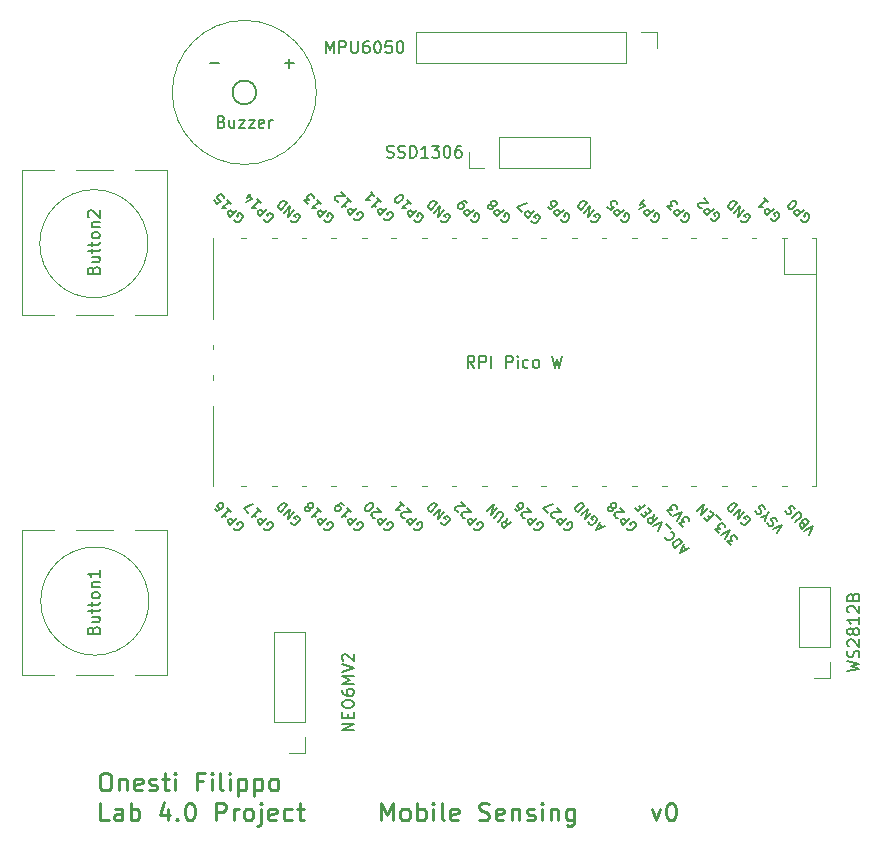
<source format=gbr>
%TF.GenerationSoftware,KiCad,Pcbnew,(6.0.11)*%
%TF.CreationDate,2024-03-14T23:03:51+01:00*%
%TF.ProjectId,circuit,63697263-7569-4742-9e6b-696361645f70,rev?*%
%TF.SameCoordinates,Original*%
%TF.FileFunction,Legend,Top*%
%TF.FilePolarity,Positive*%
%FSLAX46Y46*%
G04 Gerber Fmt 4.6, Leading zero omitted, Abs format (unit mm)*
G04 Created by KiCad (PCBNEW (6.0.11)) date 2024-03-14 23:03:51*
%MOMM*%
%LPD*%
G01*
G04 APERTURE LIST*
%ADD10C,0.150000*%
%ADD11C,0.250000*%
%ADD12C,0.120000*%
G04 APERTURE END LIST*
D10*
X97520000Y-55880000D02*
G75*
G03*
X97520000Y-55880000I-1000000J0D01*
G01*
D11*
X108090000Y-117518571D02*
X108090000Y-116018571D01*
X108590000Y-117090000D01*
X109090000Y-116018571D01*
X109090000Y-117518571D01*
X110018571Y-117518571D02*
X109875714Y-117447142D01*
X109804285Y-117375714D01*
X109732857Y-117232857D01*
X109732857Y-116804285D01*
X109804285Y-116661428D01*
X109875714Y-116590000D01*
X110018571Y-116518571D01*
X110232857Y-116518571D01*
X110375714Y-116590000D01*
X110447142Y-116661428D01*
X110518571Y-116804285D01*
X110518571Y-117232857D01*
X110447142Y-117375714D01*
X110375714Y-117447142D01*
X110232857Y-117518571D01*
X110018571Y-117518571D01*
X111161428Y-117518571D02*
X111161428Y-116018571D01*
X111161428Y-116590000D02*
X111304285Y-116518571D01*
X111590000Y-116518571D01*
X111732857Y-116590000D01*
X111804285Y-116661428D01*
X111875714Y-116804285D01*
X111875714Y-117232857D01*
X111804285Y-117375714D01*
X111732857Y-117447142D01*
X111590000Y-117518571D01*
X111304285Y-117518571D01*
X111161428Y-117447142D01*
X112518571Y-117518571D02*
X112518571Y-116518571D01*
X112518571Y-116018571D02*
X112447142Y-116090000D01*
X112518571Y-116161428D01*
X112590000Y-116090000D01*
X112518571Y-116018571D01*
X112518571Y-116161428D01*
X113447142Y-117518571D02*
X113304285Y-117447142D01*
X113232857Y-117304285D01*
X113232857Y-116018571D01*
X114590000Y-117447142D02*
X114447142Y-117518571D01*
X114161428Y-117518571D01*
X114018571Y-117447142D01*
X113947142Y-117304285D01*
X113947142Y-116732857D01*
X114018571Y-116590000D01*
X114161428Y-116518571D01*
X114447142Y-116518571D01*
X114590000Y-116590000D01*
X114661428Y-116732857D01*
X114661428Y-116875714D01*
X113947142Y-117018571D01*
X116375714Y-117447142D02*
X116590000Y-117518571D01*
X116947142Y-117518571D01*
X117090000Y-117447142D01*
X117161428Y-117375714D01*
X117232857Y-117232857D01*
X117232857Y-117090000D01*
X117161428Y-116947142D01*
X117090000Y-116875714D01*
X116947142Y-116804285D01*
X116661428Y-116732857D01*
X116518571Y-116661428D01*
X116447142Y-116590000D01*
X116375714Y-116447142D01*
X116375714Y-116304285D01*
X116447142Y-116161428D01*
X116518571Y-116090000D01*
X116661428Y-116018571D01*
X117018571Y-116018571D01*
X117232857Y-116090000D01*
X118447142Y-117447142D02*
X118304285Y-117518571D01*
X118018571Y-117518571D01*
X117875714Y-117447142D01*
X117804285Y-117304285D01*
X117804285Y-116732857D01*
X117875714Y-116590000D01*
X118018571Y-116518571D01*
X118304285Y-116518571D01*
X118447142Y-116590000D01*
X118518571Y-116732857D01*
X118518571Y-116875714D01*
X117804285Y-117018571D01*
X119161428Y-116518571D02*
X119161428Y-117518571D01*
X119161428Y-116661428D02*
X119232857Y-116590000D01*
X119375714Y-116518571D01*
X119590000Y-116518571D01*
X119732857Y-116590000D01*
X119804285Y-116732857D01*
X119804285Y-117518571D01*
X120447142Y-117447142D02*
X120590000Y-117518571D01*
X120875714Y-117518571D01*
X121018571Y-117447142D01*
X121090000Y-117304285D01*
X121090000Y-117232857D01*
X121018571Y-117090000D01*
X120875714Y-117018571D01*
X120661428Y-117018571D01*
X120518571Y-116947142D01*
X120447142Y-116804285D01*
X120447142Y-116732857D01*
X120518571Y-116590000D01*
X120661428Y-116518571D01*
X120875714Y-116518571D01*
X121018571Y-116590000D01*
X121732857Y-117518571D02*
X121732857Y-116518571D01*
X121732857Y-116018571D02*
X121661428Y-116090000D01*
X121732857Y-116161428D01*
X121804285Y-116090000D01*
X121732857Y-116018571D01*
X121732857Y-116161428D01*
X122447142Y-116518571D02*
X122447142Y-117518571D01*
X122447142Y-116661428D02*
X122518571Y-116590000D01*
X122661428Y-116518571D01*
X122875714Y-116518571D01*
X123018571Y-116590000D01*
X123090000Y-116732857D01*
X123090000Y-117518571D01*
X124447142Y-116518571D02*
X124447142Y-117732857D01*
X124375714Y-117875714D01*
X124304285Y-117947142D01*
X124161428Y-118018571D01*
X123947142Y-118018571D01*
X123804285Y-117947142D01*
X124447142Y-117447142D02*
X124304285Y-117518571D01*
X124018571Y-117518571D01*
X123875714Y-117447142D01*
X123804285Y-117375714D01*
X123732857Y-117232857D01*
X123732857Y-116804285D01*
X123804285Y-116661428D01*
X123875714Y-116590000D01*
X124018571Y-116518571D01*
X124304285Y-116518571D01*
X124447142Y-116590000D01*
X85053928Y-117518571D02*
X84339642Y-117518571D01*
X84339642Y-116018571D01*
X86196785Y-117518571D02*
X86196785Y-116732857D01*
X86125357Y-116590000D01*
X85982500Y-116518571D01*
X85696785Y-116518571D01*
X85553928Y-116590000D01*
X86196785Y-117447142D02*
X86053928Y-117518571D01*
X85696785Y-117518571D01*
X85553928Y-117447142D01*
X85482500Y-117304285D01*
X85482500Y-117161428D01*
X85553928Y-117018571D01*
X85696785Y-116947142D01*
X86053928Y-116947142D01*
X86196785Y-116875714D01*
X86911071Y-117518571D02*
X86911071Y-116018571D01*
X86911071Y-116590000D02*
X87053928Y-116518571D01*
X87339642Y-116518571D01*
X87482500Y-116590000D01*
X87553928Y-116661428D01*
X87625357Y-116804285D01*
X87625357Y-117232857D01*
X87553928Y-117375714D01*
X87482500Y-117447142D01*
X87339642Y-117518571D01*
X87053928Y-117518571D01*
X86911071Y-117447142D01*
X90053928Y-116518571D02*
X90053928Y-117518571D01*
X89696785Y-115947142D02*
X89339642Y-117018571D01*
X90268214Y-117018571D01*
X90839642Y-117375714D02*
X90911071Y-117447142D01*
X90839642Y-117518571D01*
X90768214Y-117447142D01*
X90839642Y-117375714D01*
X90839642Y-117518571D01*
X91839642Y-116018571D02*
X91982500Y-116018571D01*
X92125357Y-116090000D01*
X92196785Y-116161428D01*
X92268214Y-116304285D01*
X92339642Y-116590000D01*
X92339642Y-116947142D01*
X92268214Y-117232857D01*
X92196785Y-117375714D01*
X92125357Y-117447142D01*
X91982500Y-117518571D01*
X91839642Y-117518571D01*
X91696785Y-117447142D01*
X91625357Y-117375714D01*
X91553928Y-117232857D01*
X91482500Y-116947142D01*
X91482500Y-116590000D01*
X91553928Y-116304285D01*
X91625357Y-116161428D01*
X91696785Y-116090000D01*
X91839642Y-116018571D01*
X94125357Y-117518571D02*
X94125357Y-116018571D01*
X94696785Y-116018571D01*
X94839642Y-116090000D01*
X94911071Y-116161428D01*
X94982500Y-116304285D01*
X94982500Y-116518571D01*
X94911071Y-116661428D01*
X94839642Y-116732857D01*
X94696785Y-116804285D01*
X94125357Y-116804285D01*
X95625357Y-117518571D02*
X95625357Y-116518571D01*
X95625357Y-116804285D02*
X95696785Y-116661428D01*
X95768214Y-116590000D01*
X95911071Y-116518571D01*
X96053928Y-116518571D01*
X96768214Y-117518571D02*
X96625357Y-117447142D01*
X96553928Y-117375714D01*
X96482500Y-117232857D01*
X96482500Y-116804285D01*
X96553928Y-116661428D01*
X96625357Y-116590000D01*
X96768214Y-116518571D01*
X96982500Y-116518571D01*
X97125357Y-116590000D01*
X97196785Y-116661428D01*
X97268214Y-116804285D01*
X97268214Y-117232857D01*
X97196785Y-117375714D01*
X97125357Y-117447142D01*
X96982500Y-117518571D01*
X96768214Y-117518571D01*
X97911071Y-116518571D02*
X97911071Y-117804285D01*
X97839642Y-117947142D01*
X97696785Y-118018571D01*
X97625357Y-118018571D01*
X97911071Y-116018571D02*
X97839642Y-116090000D01*
X97911071Y-116161428D01*
X97982500Y-116090000D01*
X97911071Y-116018571D01*
X97911071Y-116161428D01*
X99196785Y-117447142D02*
X99053928Y-117518571D01*
X98768214Y-117518571D01*
X98625357Y-117447142D01*
X98553928Y-117304285D01*
X98553928Y-116732857D01*
X98625357Y-116590000D01*
X98768214Y-116518571D01*
X99053928Y-116518571D01*
X99196785Y-116590000D01*
X99268214Y-116732857D01*
X99268214Y-116875714D01*
X98553928Y-117018571D01*
X100553928Y-117447142D02*
X100411071Y-117518571D01*
X100125357Y-117518571D01*
X99982500Y-117447142D01*
X99911071Y-117375714D01*
X99839642Y-117232857D01*
X99839642Y-116804285D01*
X99911071Y-116661428D01*
X99982500Y-116590000D01*
X100125357Y-116518571D01*
X100411071Y-116518571D01*
X100553928Y-116590000D01*
X100982500Y-116518571D02*
X101553928Y-116518571D01*
X101196785Y-116018571D02*
X101196785Y-117304285D01*
X101268214Y-117447142D01*
X101411071Y-117518571D01*
X101553928Y-117518571D01*
X84625357Y-113478571D02*
X84911071Y-113478571D01*
X85053928Y-113550000D01*
X85196785Y-113692857D01*
X85268214Y-113978571D01*
X85268214Y-114478571D01*
X85196785Y-114764285D01*
X85053928Y-114907142D01*
X84911071Y-114978571D01*
X84625357Y-114978571D01*
X84482500Y-114907142D01*
X84339642Y-114764285D01*
X84268214Y-114478571D01*
X84268214Y-113978571D01*
X84339642Y-113692857D01*
X84482500Y-113550000D01*
X84625357Y-113478571D01*
X85911071Y-113978571D02*
X85911071Y-114978571D01*
X85911071Y-114121428D02*
X85982500Y-114050000D01*
X86125357Y-113978571D01*
X86339642Y-113978571D01*
X86482500Y-114050000D01*
X86553928Y-114192857D01*
X86553928Y-114978571D01*
X87839642Y-114907142D02*
X87696785Y-114978571D01*
X87411071Y-114978571D01*
X87268214Y-114907142D01*
X87196785Y-114764285D01*
X87196785Y-114192857D01*
X87268214Y-114050000D01*
X87411071Y-113978571D01*
X87696785Y-113978571D01*
X87839642Y-114050000D01*
X87911071Y-114192857D01*
X87911071Y-114335714D01*
X87196785Y-114478571D01*
X88482500Y-114907142D02*
X88625357Y-114978571D01*
X88911071Y-114978571D01*
X89053928Y-114907142D01*
X89125357Y-114764285D01*
X89125357Y-114692857D01*
X89053928Y-114550000D01*
X88911071Y-114478571D01*
X88696785Y-114478571D01*
X88553928Y-114407142D01*
X88482500Y-114264285D01*
X88482500Y-114192857D01*
X88553928Y-114050000D01*
X88696785Y-113978571D01*
X88911071Y-113978571D01*
X89053928Y-114050000D01*
X89553928Y-113978571D02*
X90125357Y-113978571D01*
X89768214Y-113478571D02*
X89768214Y-114764285D01*
X89839642Y-114907142D01*
X89982500Y-114978571D01*
X90125357Y-114978571D01*
X90625357Y-114978571D02*
X90625357Y-113978571D01*
X90625357Y-113478571D02*
X90553928Y-113550000D01*
X90625357Y-113621428D01*
X90696785Y-113550000D01*
X90625357Y-113478571D01*
X90625357Y-113621428D01*
X92982500Y-114192857D02*
X92482500Y-114192857D01*
X92482500Y-114978571D02*
X92482500Y-113478571D01*
X93196785Y-113478571D01*
X93768214Y-114978571D02*
X93768214Y-113978571D01*
X93768214Y-113478571D02*
X93696785Y-113550000D01*
X93768214Y-113621428D01*
X93839642Y-113550000D01*
X93768214Y-113478571D01*
X93768214Y-113621428D01*
X94696785Y-114978571D02*
X94553928Y-114907142D01*
X94482500Y-114764285D01*
X94482500Y-113478571D01*
X95268214Y-114978571D02*
X95268214Y-113978571D01*
X95268214Y-113478571D02*
X95196785Y-113550000D01*
X95268214Y-113621428D01*
X95339642Y-113550000D01*
X95268214Y-113478571D01*
X95268214Y-113621428D01*
X95982500Y-113978571D02*
X95982500Y-115478571D01*
X95982500Y-114050000D02*
X96125357Y-113978571D01*
X96411071Y-113978571D01*
X96553928Y-114050000D01*
X96625357Y-114121428D01*
X96696785Y-114264285D01*
X96696785Y-114692857D01*
X96625357Y-114835714D01*
X96553928Y-114907142D01*
X96411071Y-114978571D01*
X96125357Y-114978571D01*
X95982500Y-114907142D01*
X97339642Y-113978571D02*
X97339642Y-115478571D01*
X97339642Y-114050000D02*
X97482500Y-113978571D01*
X97768214Y-113978571D01*
X97911071Y-114050000D01*
X97982500Y-114121428D01*
X98053928Y-114264285D01*
X98053928Y-114692857D01*
X97982500Y-114835714D01*
X97911071Y-114907142D01*
X97768214Y-114978571D01*
X97482500Y-114978571D01*
X97339642Y-114907142D01*
X98911071Y-114978571D02*
X98768214Y-114907142D01*
X98696785Y-114835714D01*
X98625357Y-114692857D01*
X98625357Y-114264285D01*
X98696785Y-114121428D01*
X98768214Y-114050000D01*
X98911071Y-113978571D01*
X99125357Y-113978571D01*
X99268214Y-114050000D01*
X99339642Y-114121428D01*
X99411071Y-114264285D01*
X99411071Y-114692857D01*
X99339642Y-114835714D01*
X99268214Y-114907142D01*
X99125357Y-114978571D01*
X98911071Y-114978571D01*
X131008571Y-116518571D02*
X131365714Y-117518571D01*
X131722857Y-116518571D01*
X132580000Y-116018571D02*
X132722857Y-116018571D01*
X132865714Y-116090000D01*
X132937142Y-116161428D01*
X133008571Y-116304285D01*
X133080000Y-116590000D01*
X133080000Y-116947142D01*
X133008571Y-117232857D01*
X132937142Y-117375714D01*
X132865714Y-117447142D01*
X132722857Y-117518571D01*
X132580000Y-117518571D01*
X132437142Y-117447142D01*
X132365714Y-117375714D01*
X132294285Y-117232857D01*
X132222857Y-116947142D01*
X132222857Y-116590000D01*
X132294285Y-116304285D01*
X132365714Y-116161428D01*
X132437142Y-116090000D01*
X132580000Y-116018571D01*
D10*
X93599047Y-53411428D02*
X94360952Y-53411428D01*
%TO.C,J6*%
X94591428Y-58348571D02*
X94734285Y-58396190D01*
X94781904Y-58443809D01*
X94829523Y-58539047D01*
X94829523Y-58681904D01*
X94781904Y-58777142D01*
X94734285Y-58824761D01*
X94639047Y-58872380D01*
X94258095Y-58872380D01*
X94258095Y-57872380D01*
X94591428Y-57872380D01*
X94686666Y-57920000D01*
X94734285Y-57967619D01*
X94781904Y-58062857D01*
X94781904Y-58158095D01*
X94734285Y-58253333D01*
X94686666Y-58300952D01*
X94591428Y-58348571D01*
X94258095Y-58348571D01*
X95686666Y-58205714D02*
X95686666Y-58872380D01*
X95258095Y-58205714D02*
X95258095Y-58729523D01*
X95305714Y-58824761D01*
X95400952Y-58872380D01*
X95543809Y-58872380D01*
X95639047Y-58824761D01*
X95686666Y-58777142D01*
X96067619Y-58205714D02*
X96591428Y-58205714D01*
X96067619Y-58872380D01*
X96591428Y-58872380D01*
X96877142Y-58205714D02*
X97400952Y-58205714D01*
X96877142Y-58872380D01*
X97400952Y-58872380D01*
X98162857Y-58824761D02*
X98067619Y-58872380D01*
X97877142Y-58872380D01*
X97781904Y-58824761D01*
X97734285Y-58729523D01*
X97734285Y-58348571D01*
X97781904Y-58253333D01*
X97877142Y-58205714D01*
X98067619Y-58205714D01*
X98162857Y-58253333D01*
X98210476Y-58348571D01*
X98210476Y-58443809D01*
X97734285Y-58539047D01*
X98639047Y-58872380D02*
X98639047Y-58205714D01*
X98639047Y-58396190D02*
X98686666Y-58300952D01*
X98734285Y-58253333D01*
X98829523Y-58205714D01*
X98924761Y-58205714D01*
X99939047Y-53411428D02*
X100700952Y-53411428D01*
X100320000Y-53792380D02*
X100320000Y-53030476D01*
%TO.C,J5*%
X83748571Y-70913333D02*
X83796190Y-70770476D01*
X83843809Y-70722857D01*
X83939047Y-70675238D01*
X84081904Y-70675238D01*
X84177142Y-70722857D01*
X84224761Y-70770476D01*
X84272380Y-70865714D01*
X84272380Y-71246666D01*
X83272380Y-71246666D01*
X83272380Y-70913333D01*
X83320000Y-70818095D01*
X83367619Y-70770476D01*
X83462857Y-70722857D01*
X83558095Y-70722857D01*
X83653333Y-70770476D01*
X83700952Y-70818095D01*
X83748571Y-70913333D01*
X83748571Y-71246666D01*
X83605714Y-69818095D02*
X84272380Y-69818095D01*
X83605714Y-70246666D02*
X84129523Y-70246666D01*
X84224761Y-70199047D01*
X84272380Y-70103809D01*
X84272380Y-69960952D01*
X84224761Y-69865714D01*
X84177142Y-69818095D01*
X83605714Y-69484761D02*
X83605714Y-69103809D01*
X83272380Y-69341904D02*
X84129523Y-69341904D01*
X84224761Y-69294285D01*
X84272380Y-69199047D01*
X84272380Y-69103809D01*
X83605714Y-68913333D02*
X83605714Y-68532380D01*
X83272380Y-68770476D02*
X84129523Y-68770476D01*
X84224761Y-68722857D01*
X84272380Y-68627619D01*
X84272380Y-68532380D01*
X84272380Y-68056190D02*
X84224761Y-68151428D01*
X84177142Y-68199047D01*
X84081904Y-68246666D01*
X83796190Y-68246666D01*
X83700952Y-68199047D01*
X83653333Y-68151428D01*
X83605714Y-68056190D01*
X83605714Y-67913333D01*
X83653333Y-67818095D01*
X83700952Y-67770476D01*
X83796190Y-67722857D01*
X84081904Y-67722857D01*
X84177142Y-67770476D01*
X84224761Y-67818095D01*
X84272380Y-67913333D01*
X84272380Y-68056190D01*
X83605714Y-67294285D02*
X84272380Y-67294285D01*
X83700952Y-67294285D02*
X83653333Y-67246666D01*
X83605714Y-67151428D01*
X83605714Y-67008571D01*
X83653333Y-66913333D01*
X83748571Y-66865714D01*
X84272380Y-66865714D01*
X83367619Y-66437142D02*
X83320000Y-66389523D01*
X83272380Y-66294285D01*
X83272380Y-66056190D01*
X83320000Y-65960952D01*
X83367619Y-65913333D01*
X83462857Y-65865714D01*
X83558095Y-65865714D01*
X83700952Y-65913333D01*
X84272380Y-66484761D01*
X84272380Y-65865714D01*
%TO.C,U0*%
X115999047Y-79192380D02*
X115665714Y-78716190D01*
X115427619Y-79192380D02*
X115427619Y-78192380D01*
X115808571Y-78192380D01*
X115903809Y-78240000D01*
X115951428Y-78287619D01*
X115999047Y-78382857D01*
X115999047Y-78525714D01*
X115951428Y-78620952D01*
X115903809Y-78668571D01*
X115808571Y-78716190D01*
X115427619Y-78716190D01*
X116427619Y-79192380D02*
X116427619Y-78192380D01*
X116808571Y-78192380D01*
X116903809Y-78240000D01*
X116951428Y-78287619D01*
X116999047Y-78382857D01*
X116999047Y-78525714D01*
X116951428Y-78620952D01*
X116903809Y-78668571D01*
X116808571Y-78716190D01*
X116427619Y-78716190D01*
X117427619Y-79192380D02*
X117427619Y-78192380D01*
X118665714Y-79192380D02*
X118665714Y-78192380D01*
X119046666Y-78192380D01*
X119141904Y-78240000D01*
X119189523Y-78287619D01*
X119237142Y-78382857D01*
X119237142Y-78525714D01*
X119189523Y-78620952D01*
X119141904Y-78668571D01*
X119046666Y-78716190D01*
X118665714Y-78716190D01*
X119665714Y-79192380D02*
X119665714Y-78525714D01*
X119665714Y-78192380D02*
X119618095Y-78240000D01*
X119665714Y-78287619D01*
X119713333Y-78240000D01*
X119665714Y-78192380D01*
X119665714Y-78287619D01*
X120570476Y-79144761D02*
X120475238Y-79192380D01*
X120284761Y-79192380D01*
X120189523Y-79144761D01*
X120141904Y-79097142D01*
X120094285Y-79001904D01*
X120094285Y-78716190D01*
X120141904Y-78620952D01*
X120189523Y-78573333D01*
X120284761Y-78525714D01*
X120475238Y-78525714D01*
X120570476Y-78573333D01*
X121141904Y-79192380D02*
X121046666Y-79144761D01*
X120999047Y-79097142D01*
X120951428Y-79001904D01*
X120951428Y-78716190D01*
X120999047Y-78620952D01*
X121046666Y-78573333D01*
X121141904Y-78525714D01*
X121284761Y-78525714D01*
X121380000Y-78573333D01*
X121427619Y-78620952D01*
X121475238Y-78716190D01*
X121475238Y-79001904D01*
X121427619Y-79097142D01*
X121380000Y-79144761D01*
X121284761Y-79192380D01*
X121141904Y-79192380D01*
X122570476Y-78192380D02*
X122808571Y-79192380D01*
X122999047Y-78478095D01*
X123189523Y-79192380D01*
X123427619Y-78192380D01*
X118231218Y-66626903D02*
X118258155Y-66707715D01*
X118338967Y-66788528D01*
X118446717Y-66842402D01*
X118554467Y-66842402D01*
X118635279Y-66815465D01*
X118769966Y-66734653D01*
X118850778Y-66653841D01*
X118931590Y-66519154D01*
X118958528Y-66438341D01*
X118958528Y-66330592D01*
X118904653Y-66222842D01*
X118850778Y-66168967D01*
X118743028Y-66115093D01*
X118689154Y-66115093D01*
X118500592Y-66303654D01*
X118608341Y-66411404D01*
X118500592Y-65818781D02*
X117934906Y-66384467D01*
X117719407Y-66168967D01*
X117692470Y-66088155D01*
X117692470Y-66034280D01*
X117719407Y-65953468D01*
X117800219Y-65872656D01*
X117881032Y-65845719D01*
X117934906Y-65845719D01*
X118015719Y-65872656D01*
X118231218Y-66088155D01*
X117530845Y-65495532D02*
X117557783Y-65576345D01*
X117557783Y-65630219D01*
X117530845Y-65711032D01*
X117503908Y-65737969D01*
X117423096Y-65764906D01*
X117369221Y-65764906D01*
X117288409Y-65737969D01*
X117180659Y-65630219D01*
X117153722Y-65549407D01*
X117153722Y-65495532D01*
X117180659Y-65414720D01*
X117207597Y-65387783D01*
X117288409Y-65360845D01*
X117342284Y-65360845D01*
X117423096Y-65387783D01*
X117530845Y-65495532D01*
X117611658Y-65522470D01*
X117665532Y-65522470D01*
X117746345Y-65495532D01*
X117854094Y-65387783D01*
X117881032Y-65306971D01*
X117881032Y-65253096D01*
X117854094Y-65172284D01*
X117746345Y-65064534D01*
X117665532Y-65037597D01*
X117611658Y-65037597D01*
X117530845Y-65064534D01*
X117423096Y-65172284D01*
X117396158Y-65253096D01*
X117396158Y-65306971D01*
X117423096Y-65387783D01*
X113178155Y-92253841D02*
X113205093Y-92334653D01*
X113285905Y-92415465D01*
X113393654Y-92469340D01*
X113501404Y-92469340D01*
X113582216Y-92442402D01*
X113716903Y-92361590D01*
X113797715Y-92280778D01*
X113878528Y-92146091D01*
X113905465Y-92065279D01*
X113905465Y-91957529D01*
X113851590Y-91849780D01*
X113797715Y-91795905D01*
X113689966Y-91742030D01*
X113636091Y-91742030D01*
X113447529Y-91930592D01*
X113555279Y-92038341D01*
X113447529Y-91445719D02*
X112881844Y-92011404D01*
X113124280Y-91122470D01*
X112558595Y-91688155D01*
X112854906Y-90853096D02*
X112289221Y-91418781D01*
X112154534Y-91284094D01*
X112100659Y-91176345D01*
X112100659Y-91068595D01*
X112127597Y-90987783D01*
X112208409Y-90853096D01*
X112289221Y-90772284D01*
X112423908Y-90691471D01*
X112504720Y-90664534D01*
X112612470Y-90664534D01*
X112720219Y-90718409D01*
X112854906Y-90853096D01*
X121040592Y-92750277D02*
X121067529Y-92831089D01*
X121148341Y-92911902D01*
X121256091Y-92965776D01*
X121363841Y-92965776D01*
X121444653Y-92938839D01*
X121579340Y-92858027D01*
X121660152Y-92777215D01*
X121740964Y-92642528D01*
X121767902Y-92561715D01*
X121767902Y-92453966D01*
X121714027Y-92346216D01*
X121660152Y-92292341D01*
X121552402Y-92238467D01*
X121498528Y-92238467D01*
X121309966Y-92427028D01*
X121417715Y-92534778D01*
X121309966Y-91942155D02*
X120744280Y-92507841D01*
X120528781Y-92292341D01*
X120501844Y-92211529D01*
X120501844Y-92157654D01*
X120528781Y-92076842D01*
X120609593Y-91996030D01*
X120690406Y-91969093D01*
X120744280Y-91969093D01*
X120825093Y-91996030D01*
X121040592Y-92211529D01*
X120259407Y-91915218D02*
X120205532Y-91915218D01*
X120124720Y-91888280D01*
X119990033Y-91753593D01*
X119963096Y-91672781D01*
X119963096Y-91618906D01*
X119990033Y-91538094D01*
X120043908Y-91484219D01*
X120151658Y-91430345D01*
X120798155Y-91430345D01*
X120447969Y-91080158D01*
X119397410Y-91160971D02*
X119505160Y-91268720D01*
X119585972Y-91295658D01*
X119639847Y-91295658D01*
X119774534Y-91268720D01*
X119909221Y-91187908D01*
X120124720Y-90972409D01*
X120151658Y-90891597D01*
X120151658Y-90837722D01*
X120124720Y-90756910D01*
X120016971Y-90649160D01*
X119936158Y-90622223D01*
X119882284Y-90622223D01*
X119801471Y-90649160D01*
X119666784Y-90783847D01*
X119639847Y-90864659D01*
X119639847Y-90918534D01*
X119666784Y-90999346D01*
X119774534Y-91107096D01*
X119855346Y-91134033D01*
X119909221Y-91134033D01*
X119990033Y-91107096D01*
X110880592Y-66642277D02*
X110907529Y-66723089D01*
X110988341Y-66803902D01*
X111096091Y-66857776D01*
X111203841Y-66857776D01*
X111284653Y-66830839D01*
X111419340Y-66750027D01*
X111500152Y-66669215D01*
X111580964Y-66534528D01*
X111607902Y-66453715D01*
X111607902Y-66345966D01*
X111554027Y-66238216D01*
X111500152Y-66184341D01*
X111392402Y-66130467D01*
X111338528Y-66130467D01*
X111149966Y-66319028D01*
X111257715Y-66426778D01*
X111149966Y-65834155D02*
X110584280Y-66399841D01*
X110368781Y-66184341D01*
X110341844Y-66103529D01*
X110341844Y-66049654D01*
X110368781Y-65968842D01*
X110449593Y-65888030D01*
X110530406Y-65861093D01*
X110584280Y-65861093D01*
X110665093Y-65888030D01*
X110880592Y-66103529D01*
X110287969Y-64972158D02*
X110611218Y-65295407D01*
X110449593Y-65133783D02*
X109883908Y-65699468D01*
X110018595Y-65672531D01*
X110126345Y-65672531D01*
X110207157Y-65699468D01*
X109372097Y-65187658D02*
X109318223Y-65133783D01*
X109291285Y-65052971D01*
X109291285Y-64999096D01*
X109318223Y-64918284D01*
X109399035Y-64783597D01*
X109533722Y-64648910D01*
X109668409Y-64568097D01*
X109749221Y-64541160D01*
X109803096Y-64541160D01*
X109883908Y-64568097D01*
X109937783Y-64621972D01*
X109964720Y-64702784D01*
X109964720Y-64756659D01*
X109937783Y-64837471D01*
X109856971Y-64972158D01*
X109722284Y-65106845D01*
X109587597Y-65187658D01*
X109506784Y-65214595D01*
X109452910Y-65214595D01*
X109372097Y-65187658D01*
X108340592Y-92750277D02*
X108367529Y-92831089D01*
X108448341Y-92911902D01*
X108556091Y-92965776D01*
X108663841Y-92965776D01*
X108744653Y-92938839D01*
X108879340Y-92858027D01*
X108960152Y-92777215D01*
X109040964Y-92642528D01*
X109067902Y-92561715D01*
X109067902Y-92453966D01*
X109014027Y-92346216D01*
X108960152Y-92292341D01*
X108852402Y-92238467D01*
X108798528Y-92238467D01*
X108609966Y-92427028D01*
X108717715Y-92534778D01*
X108609966Y-91942155D02*
X108044280Y-92507841D01*
X107828781Y-92292341D01*
X107801844Y-92211529D01*
X107801844Y-92157654D01*
X107828781Y-92076842D01*
X107909593Y-91996030D01*
X107990406Y-91969093D01*
X108044280Y-91969093D01*
X108125093Y-91996030D01*
X108340592Y-92211529D01*
X107559407Y-91915218D02*
X107505532Y-91915218D01*
X107424720Y-91888280D01*
X107290033Y-91753593D01*
X107263096Y-91672781D01*
X107263096Y-91618906D01*
X107290033Y-91538094D01*
X107343908Y-91484219D01*
X107451658Y-91430345D01*
X108098155Y-91430345D01*
X107747969Y-91080158D01*
X106832097Y-91295658D02*
X106778223Y-91241783D01*
X106751285Y-91160971D01*
X106751285Y-91107096D01*
X106778223Y-91026284D01*
X106859035Y-90891597D01*
X106993722Y-90756910D01*
X107128409Y-90676097D01*
X107209221Y-90649160D01*
X107263096Y-90649160D01*
X107343908Y-90676097D01*
X107397783Y-90729972D01*
X107424720Y-90810784D01*
X107424720Y-90864659D01*
X107397783Y-90945471D01*
X107316971Y-91080158D01*
X107182284Y-91214845D01*
X107047597Y-91295658D01*
X106966784Y-91322595D01*
X106912910Y-91322595D01*
X106832097Y-91295658D01*
X105800592Y-66496277D02*
X105827529Y-66577089D01*
X105908341Y-66657902D01*
X106016091Y-66711776D01*
X106123841Y-66711776D01*
X106204653Y-66684839D01*
X106339340Y-66604027D01*
X106420152Y-66523215D01*
X106500964Y-66388528D01*
X106527902Y-66307715D01*
X106527902Y-66199966D01*
X106474027Y-66092216D01*
X106420152Y-66038341D01*
X106312402Y-65984467D01*
X106258528Y-65984467D01*
X106069966Y-66173028D01*
X106177715Y-66280778D01*
X106069966Y-65688155D02*
X105504280Y-66253841D01*
X105288781Y-66038341D01*
X105261844Y-65957529D01*
X105261844Y-65903654D01*
X105288781Y-65822842D01*
X105369593Y-65742030D01*
X105450406Y-65715093D01*
X105504280Y-65715093D01*
X105585093Y-65742030D01*
X105800592Y-65957529D01*
X105207969Y-64826158D02*
X105531218Y-65149407D01*
X105369593Y-64987783D02*
X104803908Y-65553468D01*
X104938595Y-65526531D01*
X105046345Y-65526531D01*
X105127157Y-65553468D01*
X104480659Y-65122470D02*
X104426784Y-65122470D01*
X104345972Y-65095532D01*
X104211285Y-64960845D01*
X104184348Y-64880033D01*
X104184348Y-64826158D01*
X104211285Y-64745346D01*
X104265160Y-64691471D01*
X104372910Y-64637597D01*
X105019407Y-64637597D01*
X104669221Y-64287410D01*
X125878155Y-66653841D02*
X125905093Y-66734653D01*
X125985905Y-66815465D01*
X126093654Y-66869340D01*
X126201404Y-66869340D01*
X126282216Y-66842402D01*
X126416903Y-66761590D01*
X126497715Y-66680778D01*
X126578528Y-66546091D01*
X126605465Y-66465279D01*
X126605465Y-66357529D01*
X126551590Y-66249780D01*
X126497715Y-66195905D01*
X126389966Y-66142030D01*
X126336091Y-66142030D01*
X126147529Y-66330592D01*
X126255279Y-66438341D01*
X126147529Y-65845719D02*
X125581844Y-66411404D01*
X125824280Y-65522470D01*
X125258595Y-66088155D01*
X125554906Y-65253096D02*
X124989221Y-65818781D01*
X124854534Y-65684094D01*
X124800659Y-65576345D01*
X124800659Y-65468595D01*
X124827597Y-65387783D01*
X124908409Y-65253096D01*
X124989221Y-65172284D01*
X125123908Y-65091471D01*
X125204720Y-65064534D01*
X125312470Y-65064534D01*
X125420219Y-65118409D01*
X125554906Y-65253096D01*
X136011218Y-66526903D02*
X136038155Y-66607715D01*
X136118967Y-66688528D01*
X136226717Y-66742402D01*
X136334467Y-66742402D01*
X136415279Y-66715465D01*
X136549966Y-66634653D01*
X136630778Y-66553841D01*
X136711590Y-66419154D01*
X136738528Y-66338341D01*
X136738528Y-66230592D01*
X136684653Y-66122842D01*
X136630778Y-66068967D01*
X136523028Y-66015093D01*
X136469154Y-66015093D01*
X136280592Y-66203654D01*
X136388341Y-66311404D01*
X136280592Y-65718781D02*
X135714906Y-66284467D01*
X135499407Y-66068967D01*
X135472470Y-65988155D01*
X135472470Y-65934280D01*
X135499407Y-65853468D01*
X135580219Y-65772656D01*
X135661032Y-65745719D01*
X135714906Y-65745719D01*
X135795719Y-65772656D01*
X136011218Y-65988155D01*
X135230033Y-65691844D02*
X135176158Y-65691844D01*
X135095346Y-65664906D01*
X134960659Y-65530219D01*
X134933722Y-65449407D01*
X134933722Y-65395532D01*
X134960659Y-65314720D01*
X135014534Y-65260845D01*
X135122284Y-65206971D01*
X135768781Y-65206971D01*
X135418595Y-64856784D01*
X138578155Y-66653841D02*
X138605093Y-66734653D01*
X138685905Y-66815465D01*
X138793654Y-66869340D01*
X138901404Y-66869340D01*
X138982216Y-66842402D01*
X139116903Y-66761590D01*
X139197715Y-66680778D01*
X139278528Y-66546091D01*
X139305465Y-66465279D01*
X139305465Y-66357529D01*
X139251590Y-66249780D01*
X139197715Y-66195905D01*
X139089966Y-66142030D01*
X139036091Y-66142030D01*
X138847529Y-66330592D01*
X138955279Y-66438341D01*
X138847529Y-65845719D02*
X138281844Y-66411404D01*
X138524280Y-65522470D01*
X137958595Y-66088155D01*
X138254906Y-65253096D02*
X137689221Y-65818781D01*
X137554534Y-65684094D01*
X137500659Y-65576345D01*
X137500659Y-65468595D01*
X137527597Y-65387783D01*
X137608409Y-65253096D01*
X137689221Y-65172284D01*
X137823908Y-65091471D01*
X137904720Y-65064534D01*
X138012470Y-65064534D01*
X138120219Y-65118409D01*
X138254906Y-65253096D01*
X110870592Y-92750277D02*
X110897529Y-92831089D01*
X110978341Y-92911902D01*
X111086091Y-92965776D01*
X111193841Y-92965776D01*
X111274653Y-92938839D01*
X111409340Y-92858027D01*
X111490152Y-92777215D01*
X111570964Y-92642528D01*
X111597902Y-92561715D01*
X111597902Y-92453966D01*
X111544027Y-92346216D01*
X111490152Y-92292341D01*
X111382402Y-92238467D01*
X111328528Y-92238467D01*
X111139966Y-92427028D01*
X111247715Y-92534778D01*
X111139966Y-91942155D02*
X110574280Y-92507841D01*
X110358781Y-92292341D01*
X110331844Y-92211529D01*
X110331844Y-92157654D01*
X110358781Y-92076842D01*
X110439593Y-91996030D01*
X110520406Y-91969093D01*
X110574280Y-91969093D01*
X110655093Y-91996030D01*
X110870592Y-92211529D01*
X110089407Y-91915218D02*
X110035532Y-91915218D01*
X109954720Y-91888280D01*
X109820033Y-91753593D01*
X109793096Y-91672781D01*
X109793096Y-91618906D01*
X109820033Y-91538094D01*
X109873908Y-91484219D01*
X109981658Y-91430345D01*
X110628155Y-91430345D01*
X110277969Y-91080158D01*
X109739221Y-90541410D02*
X110062470Y-90864659D01*
X109900845Y-90703035D02*
X109335160Y-91268720D01*
X109469847Y-91241783D01*
X109577597Y-91241783D01*
X109658409Y-91268720D01*
X141629966Y-93219526D02*
X142007089Y-92465279D01*
X141252842Y-92842402D01*
X141629966Y-92142030D02*
X141576091Y-92034280D01*
X141441404Y-91899593D01*
X141360592Y-91872656D01*
X141306717Y-91872656D01*
X141225905Y-91899593D01*
X141172030Y-91953468D01*
X141145093Y-92034280D01*
X141145093Y-92088155D01*
X141172030Y-92168967D01*
X141252842Y-92303654D01*
X141279780Y-92384467D01*
X141279780Y-92438341D01*
X141252842Y-92519154D01*
X141198967Y-92573028D01*
X141118155Y-92599966D01*
X141064280Y-92599966D01*
X140983468Y-92573028D01*
X140848781Y-92438341D01*
X140794906Y-92330592D01*
X140714094Y-91711032D02*
X140983468Y-91441658D01*
X140606345Y-92195905D02*
X140714094Y-91711032D01*
X140229221Y-91818781D01*
X140606345Y-91118409D02*
X140552470Y-91010659D01*
X140417783Y-90875972D01*
X140336971Y-90849035D01*
X140283096Y-90849035D01*
X140202284Y-90875972D01*
X140148409Y-90929847D01*
X140121471Y-91010659D01*
X140121471Y-91064534D01*
X140148409Y-91145346D01*
X140229221Y-91280033D01*
X140256158Y-91360845D01*
X140256158Y-91414720D01*
X140229221Y-91495532D01*
X140175346Y-91549407D01*
X140094534Y-91576345D01*
X140040659Y-91576345D01*
X139959847Y-91549407D01*
X139825160Y-91414720D01*
X139771285Y-91306971D01*
X103260592Y-66642277D02*
X103287529Y-66723089D01*
X103368341Y-66803902D01*
X103476091Y-66857776D01*
X103583841Y-66857776D01*
X103664653Y-66830839D01*
X103799340Y-66750027D01*
X103880152Y-66669215D01*
X103960964Y-66534528D01*
X103987902Y-66453715D01*
X103987902Y-66345966D01*
X103934027Y-66238216D01*
X103880152Y-66184341D01*
X103772402Y-66130467D01*
X103718528Y-66130467D01*
X103529966Y-66319028D01*
X103637715Y-66426778D01*
X103529966Y-65834155D02*
X102964280Y-66399841D01*
X102748781Y-66184341D01*
X102721844Y-66103529D01*
X102721844Y-66049654D01*
X102748781Y-65968842D01*
X102829593Y-65888030D01*
X102910406Y-65861093D01*
X102964280Y-65861093D01*
X103045093Y-65888030D01*
X103260592Y-66103529D01*
X102667969Y-64972158D02*
X102991218Y-65295407D01*
X102829593Y-65133783D02*
X102263908Y-65699468D01*
X102398595Y-65672531D01*
X102506345Y-65672531D01*
X102587157Y-65699468D01*
X101913722Y-65349282D02*
X101563536Y-64999096D01*
X101967597Y-64972158D01*
X101886784Y-64891346D01*
X101859847Y-64810534D01*
X101859847Y-64756659D01*
X101886784Y-64675847D01*
X102021471Y-64541160D01*
X102102284Y-64514223D01*
X102156158Y-64514223D01*
X102236971Y-64541160D01*
X102398595Y-64702784D01*
X102425532Y-64783597D01*
X102425532Y-64837471D01*
X133913773Y-94585211D02*
X133644399Y-94315837D01*
X134129272Y-94477462D02*
X133375025Y-94854585D01*
X133752149Y-94100338D01*
X133563587Y-93911776D02*
X132997902Y-94477462D01*
X132863215Y-94342775D01*
X132809340Y-94235025D01*
X132809340Y-94127276D01*
X132836277Y-94046463D01*
X132917089Y-93911776D01*
X132997902Y-93830964D01*
X133132589Y-93750152D01*
X133213401Y-93723215D01*
X133321150Y-93723215D01*
X133428900Y-93777089D01*
X133563587Y-93911776D01*
X132620778Y-93076717D02*
X132674653Y-93076717D01*
X132782402Y-93130592D01*
X132836277Y-93184467D01*
X132890152Y-93292216D01*
X132890152Y-93399966D01*
X132863215Y-93480778D01*
X132782402Y-93615465D01*
X132701590Y-93696277D01*
X132566903Y-93777089D01*
X132486091Y-93804027D01*
X132378341Y-93804027D01*
X132270592Y-93750152D01*
X132216717Y-93696277D01*
X132162842Y-93588528D01*
X132162842Y-93534653D01*
X132620778Y-92861218D02*
X132189780Y-92430219D01*
X131516345Y-92995905D02*
X131893468Y-92241658D01*
X131139221Y-92618781D01*
X131193096Y-91541285D02*
X131112284Y-91999221D01*
X131516345Y-91864534D02*
X130950659Y-92430219D01*
X130735160Y-92214720D01*
X130708223Y-92133908D01*
X130708223Y-92080033D01*
X130735160Y-91999221D01*
X130815972Y-91918409D01*
X130896784Y-91891471D01*
X130950659Y-91891471D01*
X131031471Y-91918409D01*
X131246971Y-92133908D01*
X130654348Y-91595160D02*
X130465786Y-91406598D01*
X130681285Y-91029475D02*
X130950659Y-91298849D01*
X130384974Y-91864534D01*
X130115600Y-91595160D01*
X129953975Y-90894788D02*
X130142537Y-91083349D01*
X130438849Y-90787038D02*
X129873163Y-91352723D01*
X129603789Y-91083349D01*
X115960592Y-92750277D02*
X115987529Y-92831089D01*
X116068341Y-92911902D01*
X116176091Y-92965776D01*
X116283841Y-92965776D01*
X116364653Y-92938839D01*
X116499340Y-92858027D01*
X116580152Y-92777215D01*
X116660964Y-92642528D01*
X116687902Y-92561715D01*
X116687902Y-92453966D01*
X116634027Y-92346216D01*
X116580152Y-92292341D01*
X116472402Y-92238467D01*
X116418528Y-92238467D01*
X116229966Y-92427028D01*
X116337715Y-92534778D01*
X116229966Y-91942155D02*
X115664280Y-92507841D01*
X115448781Y-92292341D01*
X115421844Y-92211529D01*
X115421844Y-92157654D01*
X115448781Y-92076842D01*
X115529593Y-91996030D01*
X115610406Y-91969093D01*
X115664280Y-91969093D01*
X115745093Y-91996030D01*
X115960592Y-92211529D01*
X115179407Y-91915218D02*
X115125532Y-91915218D01*
X115044720Y-91888280D01*
X114910033Y-91753593D01*
X114883096Y-91672781D01*
X114883096Y-91618906D01*
X114910033Y-91538094D01*
X114963908Y-91484219D01*
X115071658Y-91430345D01*
X115718155Y-91430345D01*
X115367969Y-91080158D01*
X114640659Y-91376470D02*
X114586784Y-91376470D01*
X114505972Y-91349532D01*
X114371285Y-91214845D01*
X114344348Y-91134033D01*
X114344348Y-91080158D01*
X114371285Y-90999346D01*
X114425160Y-90945471D01*
X114532910Y-90891597D01*
X115179407Y-90891597D01*
X114829221Y-90541410D01*
X123311218Y-66626903D02*
X123338155Y-66707715D01*
X123418967Y-66788528D01*
X123526717Y-66842402D01*
X123634467Y-66842402D01*
X123715279Y-66815465D01*
X123849966Y-66734653D01*
X123930778Y-66653841D01*
X124011590Y-66519154D01*
X124038528Y-66438341D01*
X124038528Y-66330592D01*
X123984653Y-66222842D01*
X123930778Y-66168967D01*
X123823028Y-66115093D01*
X123769154Y-66115093D01*
X123580592Y-66303654D01*
X123688341Y-66411404D01*
X123580592Y-65818781D02*
X123014906Y-66384467D01*
X122799407Y-66168967D01*
X122772470Y-66088155D01*
X122772470Y-66034280D01*
X122799407Y-65953468D01*
X122880219Y-65872656D01*
X122961032Y-65845719D01*
X123014906Y-65845719D01*
X123095719Y-65872656D01*
X123311218Y-66088155D01*
X122206784Y-65576345D02*
X122314534Y-65684094D01*
X122395346Y-65711032D01*
X122449221Y-65711032D01*
X122583908Y-65684094D01*
X122718595Y-65603282D01*
X122934094Y-65387783D01*
X122961032Y-65306971D01*
X122961032Y-65253096D01*
X122934094Y-65172284D01*
X122826345Y-65064534D01*
X122745532Y-65037597D01*
X122691658Y-65037597D01*
X122610845Y-65064534D01*
X122476158Y-65199221D01*
X122449221Y-65280033D01*
X122449221Y-65333908D01*
X122476158Y-65414720D01*
X122583908Y-65522470D01*
X122664720Y-65549407D01*
X122718595Y-65549407D01*
X122799407Y-65522470D01*
X133670592Y-92650152D02*
X133320406Y-92299966D01*
X133724467Y-92273028D01*
X133643654Y-92192216D01*
X133616717Y-92111404D01*
X133616717Y-92057529D01*
X133643654Y-91976717D01*
X133778341Y-91842030D01*
X133859154Y-91815093D01*
X133913028Y-91815093D01*
X133993841Y-91842030D01*
X134155465Y-92003654D01*
X134182402Y-92084467D01*
X134182402Y-92138341D01*
X133158781Y-92138341D02*
X133535905Y-91384094D01*
X132781658Y-91761218D01*
X132646971Y-91626531D02*
X132296784Y-91276345D01*
X132700845Y-91249407D01*
X132620033Y-91168595D01*
X132593096Y-91087783D01*
X132593096Y-91033908D01*
X132620033Y-90953096D01*
X132754720Y-90818409D01*
X132835532Y-90791471D01*
X132889407Y-90791471D01*
X132970219Y-90818409D01*
X133131844Y-90980033D01*
X133158781Y-91060845D01*
X133158781Y-91114720D01*
X137738308Y-94217868D02*
X137388122Y-93867682D01*
X137792183Y-93840744D01*
X137711370Y-93759932D01*
X137684433Y-93679120D01*
X137684433Y-93625245D01*
X137711370Y-93544433D01*
X137846057Y-93409746D01*
X137926870Y-93382809D01*
X137980744Y-93382809D01*
X138061557Y-93409746D01*
X138223181Y-93571370D01*
X138250118Y-93652183D01*
X138250118Y-93706057D01*
X137226497Y-93706057D02*
X137603621Y-92951810D01*
X136849374Y-93328934D01*
X136714687Y-93194247D02*
X136364500Y-92844061D01*
X136768561Y-92817123D01*
X136687749Y-92736311D01*
X136660812Y-92655499D01*
X136660812Y-92601624D01*
X136687749Y-92520812D01*
X136822436Y-92386125D01*
X136903248Y-92359187D01*
X136957123Y-92359187D01*
X137037935Y-92386125D01*
X137199560Y-92547749D01*
X137226497Y-92628561D01*
X137226497Y-92682436D01*
X136876311Y-92116751D02*
X136445312Y-91685752D01*
X135960439Y-91901251D02*
X135771877Y-91712690D01*
X135987377Y-91335566D02*
X136256751Y-91604940D01*
X135691065Y-92170625D01*
X135421691Y-91901251D01*
X135744940Y-91093129D02*
X135179255Y-91658815D01*
X135421691Y-90769881D01*
X134856006Y-91335566D01*
X103260592Y-92750277D02*
X103287529Y-92831089D01*
X103368341Y-92911902D01*
X103476091Y-92965776D01*
X103583841Y-92965776D01*
X103664653Y-92938839D01*
X103799340Y-92858027D01*
X103880152Y-92777215D01*
X103960964Y-92642528D01*
X103987902Y-92561715D01*
X103987902Y-92453966D01*
X103934027Y-92346216D01*
X103880152Y-92292341D01*
X103772402Y-92238467D01*
X103718528Y-92238467D01*
X103529966Y-92427028D01*
X103637715Y-92534778D01*
X103529966Y-91942155D02*
X102964280Y-92507841D01*
X102748781Y-92292341D01*
X102721844Y-92211529D01*
X102721844Y-92157654D01*
X102748781Y-92076842D01*
X102829593Y-91996030D01*
X102910406Y-91969093D01*
X102964280Y-91969093D01*
X103045093Y-91996030D01*
X103260592Y-92211529D01*
X102667969Y-91080158D02*
X102991218Y-91403407D01*
X102829593Y-91241783D02*
X102263908Y-91807468D01*
X102398595Y-91780531D01*
X102506345Y-91780531D01*
X102587157Y-91807468D01*
X102021471Y-91080158D02*
X102048409Y-91160971D01*
X102048409Y-91214845D01*
X102021471Y-91295658D01*
X101994534Y-91322595D01*
X101913722Y-91349532D01*
X101859847Y-91349532D01*
X101779035Y-91322595D01*
X101671285Y-91214845D01*
X101644348Y-91134033D01*
X101644348Y-91080158D01*
X101671285Y-90999346D01*
X101698223Y-90972409D01*
X101779035Y-90945471D01*
X101832910Y-90945471D01*
X101913722Y-90972409D01*
X102021471Y-91080158D01*
X102102284Y-91107096D01*
X102156158Y-91107096D01*
X102236971Y-91080158D01*
X102344720Y-90972409D01*
X102371658Y-90891597D01*
X102371658Y-90837722D01*
X102344720Y-90756910D01*
X102236971Y-90649160D01*
X102156158Y-90622223D01*
X102102284Y-90622223D01*
X102021471Y-90649160D01*
X101913722Y-90756910D01*
X101886784Y-90837722D01*
X101886784Y-90891597D01*
X101913722Y-90972409D01*
X98180592Y-66596277D02*
X98207529Y-66677089D01*
X98288341Y-66757902D01*
X98396091Y-66811776D01*
X98503841Y-66811776D01*
X98584653Y-66784839D01*
X98719340Y-66704027D01*
X98800152Y-66623215D01*
X98880964Y-66488528D01*
X98907902Y-66407715D01*
X98907902Y-66299966D01*
X98854027Y-66192216D01*
X98800152Y-66138341D01*
X98692402Y-66084467D01*
X98638528Y-66084467D01*
X98449966Y-66273028D01*
X98557715Y-66380778D01*
X98449966Y-65788155D02*
X97884280Y-66353841D01*
X97668781Y-66138341D01*
X97641844Y-66057529D01*
X97641844Y-66003654D01*
X97668781Y-65922842D01*
X97749593Y-65842030D01*
X97830406Y-65815093D01*
X97884280Y-65815093D01*
X97965093Y-65842030D01*
X98180592Y-66057529D01*
X97587969Y-64926158D02*
X97911218Y-65249407D01*
X97749593Y-65087783D02*
X97183908Y-65653468D01*
X97318595Y-65626531D01*
X97426345Y-65626531D01*
X97507157Y-65653468D01*
X96725972Y-64818409D02*
X97103096Y-64441285D01*
X96645160Y-65168595D02*
X97183908Y-64899221D01*
X96833722Y-64549035D01*
X100478155Y-92253841D02*
X100505093Y-92334653D01*
X100585905Y-92415465D01*
X100693654Y-92469340D01*
X100801404Y-92469340D01*
X100882216Y-92442402D01*
X101016903Y-92361590D01*
X101097715Y-92280778D01*
X101178528Y-92146091D01*
X101205465Y-92065279D01*
X101205465Y-91957529D01*
X101151590Y-91849780D01*
X101097715Y-91795905D01*
X100989966Y-91742030D01*
X100936091Y-91742030D01*
X100747529Y-91930592D01*
X100855279Y-92038341D01*
X100747529Y-91445719D02*
X100181844Y-92011404D01*
X100424280Y-91122470D01*
X99858595Y-91688155D01*
X100154906Y-90853096D02*
X99589221Y-91418781D01*
X99454534Y-91284094D01*
X99400659Y-91176345D01*
X99400659Y-91068595D01*
X99427597Y-90987783D01*
X99508409Y-90853096D01*
X99589221Y-90772284D01*
X99723908Y-90691471D01*
X99804720Y-90664534D01*
X99912470Y-90664534D01*
X100020219Y-90718409D01*
X100154906Y-90853096D01*
X126820964Y-92696402D02*
X126551590Y-92427028D01*
X127036463Y-92588653D02*
X126282216Y-92965776D01*
X126659340Y-92211529D01*
X125635719Y-92265404D02*
X125662656Y-92346216D01*
X125743468Y-92427028D01*
X125851218Y-92480903D01*
X125958967Y-92480903D01*
X126039780Y-92453966D01*
X126174467Y-92373154D01*
X126255279Y-92292341D01*
X126336091Y-92157654D01*
X126363028Y-92076842D01*
X126363028Y-91969093D01*
X126309154Y-91861343D01*
X126255279Y-91807468D01*
X126147529Y-91753593D01*
X126093654Y-91753593D01*
X125905093Y-91942155D01*
X126012842Y-92049905D01*
X125905093Y-91457282D02*
X125339407Y-92022967D01*
X125581844Y-91134033D01*
X125016158Y-91699719D01*
X125312470Y-90864659D02*
X124746784Y-91430345D01*
X124612097Y-91295658D01*
X124558223Y-91187908D01*
X124558223Y-91080158D01*
X124585160Y-90999346D01*
X124665972Y-90864659D01*
X124746784Y-90783847D01*
X124881471Y-90703035D01*
X124962284Y-90676097D01*
X125070033Y-90676097D01*
X125177783Y-90729972D01*
X125312470Y-90864659D01*
X143631218Y-66626903D02*
X143658155Y-66707715D01*
X143738967Y-66788528D01*
X143846717Y-66842402D01*
X143954467Y-66842402D01*
X144035279Y-66815465D01*
X144169966Y-66734653D01*
X144250778Y-66653841D01*
X144331590Y-66519154D01*
X144358528Y-66438341D01*
X144358528Y-66330592D01*
X144304653Y-66222842D01*
X144250778Y-66168967D01*
X144143028Y-66115093D01*
X144089154Y-66115093D01*
X143900592Y-66303654D01*
X144008341Y-66411404D01*
X143900592Y-65818781D02*
X143334906Y-66384467D01*
X143119407Y-66168967D01*
X143092470Y-66088155D01*
X143092470Y-66034280D01*
X143119407Y-65953468D01*
X143200219Y-65872656D01*
X143281032Y-65845719D01*
X143334906Y-65845719D01*
X143415719Y-65872656D01*
X143631218Y-66088155D01*
X142661471Y-65711032D02*
X142607597Y-65657157D01*
X142580659Y-65576345D01*
X142580659Y-65522470D01*
X142607597Y-65441658D01*
X142688409Y-65306971D01*
X142823096Y-65172284D01*
X142957783Y-65091471D01*
X143038595Y-65064534D01*
X143092470Y-65064534D01*
X143173282Y-65091471D01*
X143227157Y-65145346D01*
X143254094Y-65226158D01*
X143254094Y-65280033D01*
X143227157Y-65360845D01*
X143146345Y-65495532D01*
X143011658Y-65630219D01*
X142876971Y-65711032D01*
X142796158Y-65737969D01*
X142742284Y-65737969D01*
X142661471Y-65711032D01*
X100478155Y-66653841D02*
X100505093Y-66734653D01*
X100585905Y-66815465D01*
X100693654Y-66869340D01*
X100801404Y-66869340D01*
X100882216Y-66842402D01*
X101016903Y-66761590D01*
X101097715Y-66680778D01*
X101178528Y-66546091D01*
X101205465Y-66465279D01*
X101205465Y-66357529D01*
X101151590Y-66249780D01*
X101097715Y-66195905D01*
X100989966Y-66142030D01*
X100936091Y-66142030D01*
X100747529Y-66330592D01*
X100855279Y-66438341D01*
X100747529Y-65845719D02*
X100181844Y-66411404D01*
X100424280Y-65522470D01*
X99858595Y-66088155D01*
X100154906Y-65253096D02*
X99589221Y-65818781D01*
X99454534Y-65684094D01*
X99400659Y-65576345D01*
X99400659Y-65468595D01*
X99427597Y-65387783D01*
X99508409Y-65253096D01*
X99589221Y-65172284D01*
X99723908Y-65091471D01*
X99804720Y-65064534D01*
X99912470Y-65064534D01*
X100020219Y-65118409D01*
X100154906Y-65253096D01*
X141101218Y-66526903D02*
X141128155Y-66607715D01*
X141208967Y-66688528D01*
X141316717Y-66742402D01*
X141424467Y-66742402D01*
X141505279Y-66715465D01*
X141639966Y-66634653D01*
X141720778Y-66553841D01*
X141801590Y-66419154D01*
X141828528Y-66338341D01*
X141828528Y-66230592D01*
X141774653Y-66122842D01*
X141720778Y-66068967D01*
X141613028Y-66015093D01*
X141559154Y-66015093D01*
X141370592Y-66203654D01*
X141478341Y-66311404D01*
X141370592Y-65718781D02*
X140804906Y-66284467D01*
X140589407Y-66068967D01*
X140562470Y-65988155D01*
X140562470Y-65934280D01*
X140589407Y-65853468D01*
X140670219Y-65772656D01*
X140751032Y-65745719D01*
X140804906Y-65745719D01*
X140885719Y-65772656D01*
X141101218Y-65988155D01*
X140508595Y-64856784D02*
X140831844Y-65180033D01*
X140670219Y-65018409D02*
X140104534Y-65584094D01*
X140239221Y-65557157D01*
X140346971Y-65557157D01*
X140427783Y-65584094D01*
X128391218Y-66626903D02*
X128418155Y-66707715D01*
X128498967Y-66788528D01*
X128606717Y-66842402D01*
X128714467Y-66842402D01*
X128795279Y-66815465D01*
X128929966Y-66734653D01*
X129010778Y-66653841D01*
X129091590Y-66519154D01*
X129118528Y-66438341D01*
X129118528Y-66330592D01*
X129064653Y-66222842D01*
X129010778Y-66168967D01*
X128903028Y-66115093D01*
X128849154Y-66115093D01*
X128660592Y-66303654D01*
X128768341Y-66411404D01*
X128660592Y-65818781D02*
X128094906Y-66384467D01*
X127879407Y-66168967D01*
X127852470Y-66088155D01*
X127852470Y-66034280D01*
X127879407Y-65953468D01*
X127960219Y-65872656D01*
X128041032Y-65845719D01*
X128094906Y-65845719D01*
X128175719Y-65872656D01*
X128391218Y-66088155D01*
X127259847Y-65549407D02*
X127529221Y-65818781D01*
X127825532Y-65576345D01*
X127771658Y-65576345D01*
X127690845Y-65549407D01*
X127556158Y-65414720D01*
X127529221Y-65333908D01*
X127529221Y-65280033D01*
X127556158Y-65199221D01*
X127690845Y-65064534D01*
X127771658Y-65037597D01*
X127825532Y-65037597D01*
X127906345Y-65064534D01*
X128041032Y-65199221D01*
X128067969Y-65280033D01*
X128067969Y-65333908D01*
X128914592Y-92750277D02*
X128941529Y-92831089D01*
X129022341Y-92911902D01*
X129130091Y-92965776D01*
X129237841Y-92965776D01*
X129318653Y-92938839D01*
X129453340Y-92858027D01*
X129534152Y-92777215D01*
X129614964Y-92642528D01*
X129641902Y-92561715D01*
X129641902Y-92453966D01*
X129588027Y-92346216D01*
X129534152Y-92292341D01*
X129426402Y-92238467D01*
X129372528Y-92238467D01*
X129183966Y-92427028D01*
X129291715Y-92534778D01*
X129183966Y-91942155D02*
X128618280Y-92507841D01*
X128402781Y-92292341D01*
X128375844Y-92211529D01*
X128375844Y-92157654D01*
X128402781Y-92076842D01*
X128483593Y-91996030D01*
X128564406Y-91969093D01*
X128618280Y-91969093D01*
X128699093Y-91996030D01*
X128914592Y-92211529D01*
X128133407Y-91915218D02*
X128079532Y-91915218D01*
X127998720Y-91888280D01*
X127864033Y-91753593D01*
X127837096Y-91672781D01*
X127837096Y-91618906D01*
X127864033Y-91538094D01*
X127917908Y-91484219D01*
X128025658Y-91430345D01*
X128672155Y-91430345D01*
X128321969Y-91080158D01*
X127675471Y-91080158D02*
X127702409Y-91160971D01*
X127702409Y-91214845D01*
X127675471Y-91295658D01*
X127648534Y-91322595D01*
X127567722Y-91349532D01*
X127513847Y-91349532D01*
X127433035Y-91322595D01*
X127325285Y-91214845D01*
X127298348Y-91134033D01*
X127298348Y-91080158D01*
X127325285Y-90999346D01*
X127352223Y-90972409D01*
X127433035Y-90945471D01*
X127486910Y-90945471D01*
X127567722Y-90972409D01*
X127675471Y-91080158D01*
X127756284Y-91107096D01*
X127810158Y-91107096D01*
X127890971Y-91080158D01*
X127998720Y-90972409D01*
X128025658Y-90891597D01*
X128025658Y-90837722D01*
X127998720Y-90756910D01*
X127890971Y-90649160D01*
X127810158Y-90622223D01*
X127756284Y-90622223D01*
X127675471Y-90649160D01*
X127567722Y-90756910D01*
X127540784Y-90837722D01*
X127540784Y-90891597D01*
X127567722Y-90972409D01*
X133471218Y-66626903D02*
X133498155Y-66707715D01*
X133578967Y-66788528D01*
X133686717Y-66842402D01*
X133794467Y-66842402D01*
X133875279Y-66815465D01*
X134009966Y-66734653D01*
X134090778Y-66653841D01*
X134171590Y-66519154D01*
X134198528Y-66438341D01*
X134198528Y-66330592D01*
X134144653Y-66222842D01*
X134090778Y-66168967D01*
X133983028Y-66115093D01*
X133929154Y-66115093D01*
X133740592Y-66303654D01*
X133848341Y-66411404D01*
X133740592Y-65818781D02*
X133174906Y-66384467D01*
X132959407Y-66168967D01*
X132932470Y-66088155D01*
X132932470Y-66034280D01*
X132959407Y-65953468D01*
X133040219Y-65872656D01*
X133121032Y-65845719D01*
X133174906Y-65845719D01*
X133255719Y-65872656D01*
X133471218Y-66088155D01*
X132663096Y-65872656D02*
X132312910Y-65522470D01*
X132716971Y-65495532D01*
X132636158Y-65414720D01*
X132609221Y-65333908D01*
X132609221Y-65280033D01*
X132636158Y-65199221D01*
X132770845Y-65064534D01*
X132851658Y-65037597D01*
X132905532Y-65037597D01*
X132986345Y-65064534D01*
X133147969Y-65226158D01*
X133174906Y-65306971D01*
X133174906Y-65360845D01*
X130931218Y-66626903D02*
X130958155Y-66707715D01*
X131038967Y-66788528D01*
X131146717Y-66842402D01*
X131254467Y-66842402D01*
X131335279Y-66815465D01*
X131469966Y-66734653D01*
X131550778Y-66653841D01*
X131631590Y-66519154D01*
X131658528Y-66438341D01*
X131658528Y-66330592D01*
X131604653Y-66222842D01*
X131550778Y-66168967D01*
X131443028Y-66115093D01*
X131389154Y-66115093D01*
X131200592Y-66303654D01*
X131308341Y-66411404D01*
X131200592Y-65818781D02*
X130634906Y-66384467D01*
X130419407Y-66168967D01*
X130392470Y-66088155D01*
X130392470Y-66034280D01*
X130419407Y-65953468D01*
X130500219Y-65872656D01*
X130581032Y-65845719D01*
X130634906Y-65845719D01*
X130715719Y-65872656D01*
X130931218Y-66088155D01*
X130015346Y-65387783D02*
X130392470Y-65010659D01*
X129934534Y-65737969D02*
X130473282Y-65468595D01*
X130123096Y-65118409D01*
X138578155Y-92253841D02*
X138605093Y-92334653D01*
X138685905Y-92415465D01*
X138793654Y-92469340D01*
X138901404Y-92469340D01*
X138982216Y-92442402D01*
X139116903Y-92361590D01*
X139197715Y-92280778D01*
X139278528Y-92146091D01*
X139305465Y-92065279D01*
X139305465Y-91957529D01*
X139251590Y-91849780D01*
X139197715Y-91795905D01*
X139089966Y-91742030D01*
X139036091Y-91742030D01*
X138847529Y-91930592D01*
X138955279Y-92038341D01*
X138847529Y-91445719D02*
X138281844Y-92011404D01*
X138524280Y-91122470D01*
X137958595Y-91688155D01*
X138254906Y-90853096D02*
X137689221Y-91418781D01*
X137554534Y-91284094D01*
X137500659Y-91176345D01*
X137500659Y-91068595D01*
X137527597Y-90987783D01*
X137608409Y-90853096D01*
X137689221Y-90772284D01*
X137823908Y-90691471D01*
X137904720Y-90664534D01*
X138012470Y-90664534D01*
X138120219Y-90718409D01*
X138254906Y-90853096D01*
X105800592Y-92750277D02*
X105827529Y-92831089D01*
X105908341Y-92911902D01*
X106016091Y-92965776D01*
X106123841Y-92965776D01*
X106204653Y-92938839D01*
X106339340Y-92858027D01*
X106420152Y-92777215D01*
X106500964Y-92642528D01*
X106527902Y-92561715D01*
X106527902Y-92453966D01*
X106474027Y-92346216D01*
X106420152Y-92292341D01*
X106312402Y-92238467D01*
X106258528Y-92238467D01*
X106069966Y-92427028D01*
X106177715Y-92534778D01*
X106069966Y-91942155D02*
X105504280Y-92507841D01*
X105288781Y-92292341D01*
X105261844Y-92211529D01*
X105261844Y-92157654D01*
X105288781Y-92076842D01*
X105369593Y-91996030D01*
X105450406Y-91969093D01*
X105504280Y-91969093D01*
X105585093Y-91996030D01*
X105800592Y-92211529D01*
X105207969Y-91080158D02*
X105531218Y-91403407D01*
X105369593Y-91241783D02*
X104803908Y-91807468D01*
X104938595Y-91780531D01*
X105046345Y-91780531D01*
X105127157Y-91807468D01*
X104938595Y-90810784D02*
X104830845Y-90703035D01*
X104750033Y-90676097D01*
X104696158Y-90676097D01*
X104561471Y-90703035D01*
X104426784Y-90783847D01*
X104211285Y-90999346D01*
X104184348Y-91080158D01*
X104184348Y-91134033D01*
X104211285Y-91214845D01*
X104319035Y-91322595D01*
X104399847Y-91349532D01*
X104453722Y-91349532D01*
X104534534Y-91322595D01*
X104669221Y-91187908D01*
X104696158Y-91107096D01*
X104696158Y-91053221D01*
X104669221Y-90972409D01*
X104561471Y-90864659D01*
X104480659Y-90837722D01*
X104426784Y-90837722D01*
X104345972Y-90864659D01*
X113178155Y-66653841D02*
X113205093Y-66734653D01*
X113285905Y-66815465D01*
X113393654Y-66869340D01*
X113501404Y-66869340D01*
X113582216Y-66842402D01*
X113716903Y-66761590D01*
X113797715Y-66680778D01*
X113878528Y-66546091D01*
X113905465Y-66465279D01*
X113905465Y-66357529D01*
X113851590Y-66249780D01*
X113797715Y-66195905D01*
X113689966Y-66142030D01*
X113636091Y-66142030D01*
X113447529Y-66330592D01*
X113555279Y-66438341D01*
X113447529Y-65845719D02*
X112881844Y-66411404D01*
X113124280Y-65522470D01*
X112558595Y-66088155D01*
X112854906Y-65253096D02*
X112289221Y-65818781D01*
X112154534Y-65684094D01*
X112100659Y-65576345D01*
X112100659Y-65468595D01*
X112127597Y-65387783D01*
X112208409Y-65253096D01*
X112289221Y-65172284D01*
X112423908Y-65091471D01*
X112504720Y-65064534D01*
X112612470Y-65064534D01*
X112720219Y-65118409D01*
X112854906Y-65253096D01*
X115691218Y-66626903D02*
X115718155Y-66707715D01*
X115798967Y-66788528D01*
X115906717Y-66842402D01*
X116014467Y-66842402D01*
X116095279Y-66815465D01*
X116229966Y-66734653D01*
X116310778Y-66653841D01*
X116391590Y-66519154D01*
X116418528Y-66438341D01*
X116418528Y-66330592D01*
X116364653Y-66222842D01*
X116310778Y-66168967D01*
X116203028Y-66115093D01*
X116149154Y-66115093D01*
X115960592Y-66303654D01*
X116068341Y-66411404D01*
X115960592Y-65818781D02*
X115394906Y-66384467D01*
X115179407Y-66168967D01*
X115152470Y-66088155D01*
X115152470Y-66034280D01*
X115179407Y-65953468D01*
X115260219Y-65872656D01*
X115341032Y-65845719D01*
X115394906Y-65845719D01*
X115475719Y-65872656D01*
X115691218Y-66088155D01*
X115367969Y-65226158D02*
X115260219Y-65118409D01*
X115179407Y-65091471D01*
X115125532Y-65091471D01*
X114990845Y-65118409D01*
X114856158Y-65199221D01*
X114640659Y-65414720D01*
X114613722Y-65495532D01*
X114613722Y-65549407D01*
X114640659Y-65630219D01*
X114748409Y-65737969D01*
X114829221Y-65764906D01*
X114883096Y-65764906D01*
X114963908Y-65737969D01*
X115098595Y-65603282D01*
X115125532Y-65522470D01*
X115125532Y-65468595D01*
X115098595Y-65387783D01*
X114990845Y-65280033D01*
X114910033Y-65253096D01*
X114856158Y-65253096D01*
X114775346Y-65280033D01*
X95640592Y-92750277D02*
X95667529Y-92831089D01*
X95748341Y-92911902D01*
X95856091Y-92965776D01*
X95963841Y-92965776D01*
X96044653Y-92938839D01*
X96179340Y-92858027D01*
X96260152Y-92777215D01*
X96340964Y-92642528D01*
X96367902Y-92561715D01*
X96367902Y-92453966D01*
X96314027Y-92346216D01*
X96260152Y-92292341D01*
X96152402Y-92238467D01*
X96098528Y-92238467D01*
X95909966Y-92427028D01*
X96017715Y-92534778D01*
X95909966Y-91942155D02*
X95344280Y-92507841D01*
X95128781Y-92292341D01*
X95101844Y-92211529D01*
X95101844Y-92157654D01*
X95128781Y-92076842D01*
X95209593Y-91996030D01*
X95290406Y-91969093D01*
X95344280Y-91969093D01*
X95425093Y-91996030D01*
X95640592Y-92211529D01*
X95047969Y-91080158D02*
X95371218Y-91403407D01*
X95209593Y-91241783D02*
X94643908Y-91807468D01*
X94778595Y-91780531D01*
X94886345Y-91780531D01*
X94967157Y-91807468D01*
X93997410Y-91160971D02*
X94105160Y-91268720D01*
X94185972Y-91295658D01*
X94239847Y-91295658D01*
X94374534Y-91268720D01*
X94509221Y-91187908D01*
X94724720Y-90972409D01*
X94751658Y-90891597D01*
X94751658Y-90837722D01*
X94724720Y-90756910D01*
X94616971Y-90649160D01*
X94536158Y-90622223D01*
X94482284Y-90622223D01*
X94401471Y-90649160D01*
X94266784Y-90783847D01*
X94239847Y-90864659D01*
X94239847Y-90918534D01*
X94266784Y-90999346D01*
X94374534Y-91107096D01*
X94455346Y-91134033D01*
X94509221Y-91134033D01*
X94590033Y-91107096D01*
X120801218Y-66726903D02*
X120828155Y-66807715D01*
X120908967Y-66888528D01*
X121016717Y-66942402D01*
X121124467Y-66942402D01*
X121205279Y-66915465D01*
X121339966Y-66834653D01*
X121420778Y-66753841D01*
X121501590Y-66619154D01*
X121528528Y-66538341D01*
X121528528Y-66430592D01*
X121474653Y-66322842D01*
X121420778Y-66268967D01*
X121313028Y-66215093D01*
X121259154Y-66215093D01*
X121070592Y-66403654D01*
X121178341Y-66511404D01*
X121070592Y-65918781D02*
X120504906Y-66484467D01*
X120289407Y-66268967D01*
X120262470Y-66188155D01*
X120262470Y-66134280D01*
X120289407Y-66053468D01*
X120370219Y-65972656D01*
X120451032Y-65945719D01*
X120504906Y-65945719D01*
X120585719Y-65972656D01*
X120801218Y-66188155D01*
X119993096Y-65972656D02*
X119615972Y-65595532D01*
X120424094Y-65272284D01*
X118783435Y-91901624D02*
X118702622Y-92359560D01*
X119106683Y-92224873D02*
X118540998Y-92790558D01*
X118325499Y-92575059D01*
X118298561Y-92494247D01*
X118298561Y-92440372D01*
X118325499Y-92359560D01*
X118406311Y-92278748D01*
X118487123Y-92251810D01*
X118540998Y-92251810D01*
X118621810Y-92278748D01*
X118837309Y-92494247D01*
X117975312Y-92224873D02*
X118433248Y-91766937D01*
X118460186Y-91686125D01*
X118460186Y-91632250D01*
X118433248Y-91551438D01*
X118325499Y-91443688D01*
X118244687Y-91416751D01*
X118190812Y-91416751D01*
X118110000Y-91443688D01*
X117652064Y-91901624D01*
X117948375Y-91066564D02*
X117382690Y-91632250D01*
X117625126Y-90743316D01*
X117059441Y-91309001D01*
X98180592Y-92750277D02*
X98207529Y-92831089D01*
X98288341Y-92911902D01*
X98396091Y-92965776D01*
X98503841Y-92965776D01*
X98584653Y-92938839D01*
X98719340Y-92858027D01*
X98800152Y-92777215D01*
X98880964Y-92642528D01*
X98907902Y-92561715D01*
X98907902Y-92453966D01*
X98854027Y-92346216D01*
X98800152Y-92292341D01*
X98692402Y-92238467D01*
X98638528Y-92238467D01*
X98449966Y-92427028D01*
X98557715Y-92534778D01*
X98449966Y-91942155D02*
X97884280Y-92507841D01*
X97668781Y-92292341D01*
X97641844Y-92211529D01*
X97641844Y-92157654D01*
X97668781Y-92076842D01*
X97749593Y-91996030D01*
X97830406Y-91969093D01*
X97884280Y-91969093D01*
X97965093Y-91996030D01*
X98180592Y-92211529D01*
X97587969Y-91080158D02*
X97911218Y-91403407D01*
X97749593Y-91241783D02*
X97183908Y-91807468D01*
X97318595Y-91780531D01*
X97426345Y-91780531D01*
X97507157Y-91807468D01*
X96833722Y-91457282D02*
X96456598Y-91080158D01*
X97264720Y-90756910D01*
X144307309Y-93386870D02*
X144684433Y-92632622D01*
X143930186Y-93009746D01*
X143822436Y-92363248D02*
X143768561Y-92255499D01*
X143768561Y-92201624D01*
X143795499Y-92120812D01*
X143876311Y-92039999D01*
X143957123Y-92013062D01*
X144010998Y-92013062D01*
X144091810Y-92039999D01*
X144307309Y-92255499D01*
X143741624Y-92821184D01*
X143553062Y-92632622D01*
X143526125Y-92551810D01*
X143526125Y-92497935D01*
X143553062Y-92417123D01*
X143606937Y-92363248D01*
X143687749Y-92336311D01*
X143741624Y-92336311D01*
X143822436Y-92363248D01*
X144010998Y-92551810D01*
X143175938Y-92255499D02*
X143633874Y-91797563D01*
X143660812Y-91716751D01*
X143660812Y-91662876D01*
X143633874Y-91582064D01*
X143526125Y-91474314D01*
X143445312Y-91447377D01*
X143391438Y-91447377D01*
X143310625Y-91474314D01*
X142852690Y-91932250D01*
X143149001Y-91151065D02*
X143095126Y-91043316D01*
X142960439Y-90908629D01*
X142879627Y-90881691D01*
X142825752Y-90881691D01*
X142744940Y-90908629D01*
X142691065Y-90962503D01*
X142664128Y-91043316D01*
X142664128Y-91097190D01*
X142691065Y-91178003D01*
X142771877Y-91312690D01*
X142798815Y-91393502D01*
X142798815Y-91447377D01*
X142771877Y-91528189D01*
X142718003Y-91582064D01*
X142637190Y-91609001D01*
X142583316Y-91609001D01*
X142502503Y-91582064D01*
X142367816Y-91447377D01*
X142313942Y-91339627D01*
X108340592Y-66496277D02*
X108367529Y-66577089D01*
X108448341Y-66657902D01*
X108556091Y-66711776D01*
X108663841Y-66711776D01*
X108744653Y-66684839D01*
X108879340Y-66604027D01*
X108960152Y-66523215D01*
X109040964Y-66388528D01*
X109067902Y-66307715D01*
X109067902Y-66199966D01*
X109014027Y-66092216D01*
X108960152Y-66038341D01*
X108852402Y-65984467D01*
X108798528Y-65984467D01*
X108609966Y-66173028D01*
X108717715Y-66280778D01*
X108609966Y-65688155D02*
X108044280Y-66253841D01*
X107828781Y-66038341D01*
X107801844Y-65957529D01*
X107801844Y-65903654D01*
X107828781Y-65822842D01*
X107909593Y-65742030D01*
X107990406Y-65715093D01*
X108044280Y-65715093D01*
X108125093Y-65742030D01*
X108340592Y-65957529D01*
X107747969Y-64826158D02*
X108071218Y-65149407D01*
X107909593Y-64987783D02*
X107343908Y-65553468D01*
X107478595Y-65526531D01*
X107586345Y-65526531D01*
X107667157Y-65553468D01*
X107209221Y-64287410D02*
X107532470Y-64610659D01*
X107370845Y-64449035D02*
X106805160Y-65014720D01*
X106939847Y-64987783D01*
X107047597Y-64987783D01*
X107128409Y-65014720D01*
X95640592Y-66642277D02*
X95667529Y-66723089D01*
X95748341Y-66803902D01*
X95856091Y-66857776D01*
X95963841Y-66857776D01*
X96044653Y-66830839D01*
X96179340Y-66750027D01*
X96260152Y-66669215D01*
X96340964Y-66534528D01*
X96367902Y-66453715D01*
X96367902Y-66345966D01*
X96314027Y-66238216D01*
X96260152Y-66184341D01*
X96152402Y-66130467D01*
X96098528Y-66130467D01*
X95909966Y-66319028D01*
X96017715Y-66426778D01*
X95909966Y-65834155D02*
X95344280Y-66399841D01*
X95128781Y-66184341D01*
X95101844Y-66103529D01*
X95101844Y-66049654D01*
X95128781Y-65968842D01*
X95209593Y-65888030D01*
X95290406Y-65861093D01*
X95344280Y-65861093D01*
X95425093Y-65888030D01*
X95640592Y-66103529D01*
X95047969Y-64972158D02*
X95371218Y-65295407D01*
X95209593Y-65133783D02*
X94643908Y-65699468D01*
X94778595Y-65672531D01*
X94886345Y-65672531D01*
X94967157Y-65699468D01*
X93970473Y-65026033D02*
X94239847Y-65295407D01*
X94536158Y-65052971D01*
X94482284Y-65052971D01*
X94401471Y-65026033D01*
X94266784Y-64891346D01*
X94239847Y-64810534D01*
X94239847Y-64756659D01*
X94266784Y-64675847D01*
X94401471Y-64541160D01*
X94482284Y-64514223D01*
X94536158Y-64514223D01*
X94616971Y-64541160D01*
X94751658Y-64675847D01*
X94778595Y-64756659D01*
X94778595Y-64810534D01*
X123570592Y-92750277D02*
X123597529Y-92831089D01*
X123678341Y-92911902D01*
X123786091Y-92965776D01*
X123893841Y-92965776D01*
X123974653Y-92938839D01*
X124109340Y-92858027D01*
X124190152Y-92777215D01*
X124270964Y-92642528D01*
X124297902Y-92561715D01*
X124297902Y-92453966D01*
X124244027Y-92346216D01*
X124190152Y-92292341D01*
X124082402Y-92238467D01*
X124028528Y-92238467D01*
X123839966Y-92427028D01*
X123947715Y-92534778D01*
X123839966Y-91942155D02*
X123274280Y-92507841D01*
X123058781Y-92292341D01*
X123031844Y-92211529D01*
X123031844Y-92157654D01*
X123058781Y-92076842D01*
X123139593Y-91996030D01*
X123220406Y-91969093D01*
X123274280Y-91969093D01*
X123355093Y-91996030D01*
X123570592Y-92211529D01*
X122789407Y-91915218D02*
X122735532Y-91915218D01*
X122654720Y-91888280D01*
X122520033Y-91753593D01*
X122493096Y-91672781D01*
X122493096Y-91618906D01*
X122520033Y-91538094D01*
X122573908Y-91484219D01*
X122681658Y-91430345D01*
X123328155Y-91430345D01*
X122977969Y-91080158D01*
X122223722Y-91457282D02*
X121846598Y-91080158D01*
X122654720Y-90756910D01*
%TO.C,J4*%
X83748571Y-101393333D02*
X83796190Y-101250476D01*
X83843809Y-101202857D01*
X83939047Y-101155238D01*
X84081904Y-101155238D01*
X84177142Y-101202857D01*
X84224761Y-101250476D01*
X84272380Y-101345714D01*
X84272380Y-101726666D01*
X83272380Y-101726666D01*
X83272380Y-101393333D01*
X83320000Y-101298095D01*
X83367619Y-101250476D01*
X83462857Y-101202857D01*
X83558095Y-101202857D01*
X83653333Y-101250476D01*
X83700952Y-101298095D01*
X83748571Y-101393333D01*
X83748571Y-101726666D01*
X83605714Y-100298095D02*
X84272380Y-100298095D01*
X83605714Y-100726666D02*
X84129523Y-100726666D01*
X84224761Y-100679047D01*
X84272380Y-100583809D01*
X84272380Y-100440952D01*
X84224761Y-100345714D01*
X84177142Y-100298095D01*
X83605714Y-99964761D02*
X83605714Y-99583809D01*
X83272380Y-99821904D02*
X84129523Y-99821904D01*
X84224761Y-99774285D01*
X84272380Y-99679047D01*
X84272380Y-99583809D01*
X83605714Y-99393333D02*
X83605714Y-99012380D01*
X83272380Y-99250476D02*
X84129523Y-99250476D01*
X84224761Y-99202857D01*
X84272380Y-99107619D01*
X84272380Y-99012380D01*
X84272380Y-98536190D02*
X84224761Y-98631428D01*
X84177142Y-98679047D01*
X84081904Y-98726666D01*
X83796190Y-98726666D01*
X83700952Y-98679047D01*
X83653333Y-98631428D01*
X83605714Y-98536190D01*
X83605714Y-98393333D01*
X83653333Y-98298095D01*
X83700952Y-98250476D01*
X83796190Y-98202857D01*
X84081904Y-98202857D01*
X84177142Y-98250476D01*
X84224761Y-98298095D01*
X84272380Y-98393333D01*
X84272380Y-98536190D01*
X83605714Y-97774285D02*
X84272380Y-97774285D01*
X83700952Y-97774285D02*
X83653333Y-97726666D01*
X83605714Y-97631428D01*
X83605714Y-97488571D01*
X83653333Y-97393333D01*
X83748571Y-97345714D01*
X84272380Y-97345714D01*
X84272380Y-96345714D02*
X84272380Y-96917142D01*
X84272380Y-96631428D02*
X83272380Y-96631428D01*
X83415238Y-96726666D01*
X83510476Y-96821904D01*
X83558095Y-96917142D01*
%TO.C,J3*%
X147587380Y-104909523D02*
X148587380Y-104671428D01*
X147873095Y-104480952D01*
X148587380Y-104290476D01*
X147587380Y-104052380D01*
X148539761Y-103719047D02*
X148587380Y-103576190D01*
X148587380Y-103338095D01*
X148539761Y-103242857D01*
X148492142Y-103195238D01*
X148396904Y-103147619D01*
X148301666Y-103147619D01*
X148206428Y-103195238D01*
X148158809Y-103242857D01*
X148111190Y-103338095D01*
X148063571Y-103528571D01*
X148015952Y-103623809D01*
X147968333Y-103671428D01*
X147873095Y-103719047D01*
X147777857Y-103719047D01*
X147682619Y-103671428D01*
X147635000Y-103623809D01*
X147587380Y-103528571D01*
X147587380Y-103290476D01*
X147635000Y-103147619D01*
X147682619Y-102766666D02*
X147635000Y-102719047D01*
X147587380Y-102623809D01*
X147587380Y-102385714D01*
X147635000Y-102290476D01*
X147682619Y-102242857D01*
X147777857Y-102195238D01*
X147873095Y-102195238D01*
X148015952Y-102242857D01*
X148587380Y-102814285D01*
X148587380Y-102195238D01*
X148015952Y-101623809D02*
X147968333Y-101719047D01*
X147920714Y-101766666D01*
X147825476Y-101814285D01*
X147777857Y-101814285D01*
X147682619Y-101766666D01*
X147635000Y-101719047D01*
X147587380Y-101623809D01*
X147587380Y-101433333D01*
X147635000Y-101338095D01*
X147682619Y-101290476D01*
X147777857Y-101242857D01*
X147825476Y-101242857D01*
X147920714Y-101290476D01*
X147968333Y-101338095D01*
X148015952Y-101433333D01*
X148015952Y-101623809D01*
X148063571Y-101719047D01*
X148111190Y-101766666D01*
X148206428Y-101814285D01*
X148396904Y-101814285D01*
X148492142Y-101766666D01*
X148539761Y-101719047D01*
X148587380Y-101623809D01*
X148587380Y-101433333D01*
X148539761Y-101338095D01*
X148492142Y-101290476D01*
X148396904Y-101242857D01*
X148206428Y-101242857D01*
X148111190Y-101290476D01*
X148063571Y-101338095D01*
X148015952Y-101433333D01*
X148587380Y-100290476D02*
X148587380Y-100861904D01*
X148587380Y-100576190D02*
X147587380Y-100576190D01*
X147730238Y-100671428D01*
X147825476Y-100766666D01*
X147873095Y-100861904D01*
X147682619Y-99909523D02*
X147635000Y-99861904D01*
X147587380Y-99766666D01*
X147587380Y-99528571D01*
X147635000Y-99433333D01*
X147682619Y-99385714D01*
X147777857Y-99338095D01*
X147873095Y-99338095D01*
X148015952Y-99385714D01*
X148587380Y-99957142D01*
X148587380Y-99338095D01*
X148063571Y-98576190D02*
X148111190Y-98433333D01*
X148158809Y-98385714D01*
X148254047Y-98338095D01*
X148396904Y-98338095D01*
X148492142Y-98385714D01*
X148539761Y-98433333D01*
X148587380Y-98528571D01*
X148587380Y-98909523D01*
X147587380Y-98909523D01*
X147587380Y-98576190D01*
X147635000Y-98480952D01*
X147682619Y-98433333D01*
X147777857Y-98385714D01*
X147873095Y-98385714D01*
X147968333Y-98433333D01*
X148015952Y-98480952D01*
X148063571Y-98576190D01*
X148063571Y-98909523D01*
%TO.C,J0*%
X108593333Y-61364761D02*
X108736190Y-61412380D01*
X108974285Y-61412380D01*
X109069523Y-61364761D01*
X109117142Y-61317142D01*
X109164761Y-61221904D01*
X109164761Y-61126666D01*
X109117142Y-61031428D01*
X109069523Y-60983809D01*
X108974285Y-60936190D01*
X108783809Y-60888571D01*
X108688571Y-60840952D01*
X108640952Y-60793333D01*
X108593333Y-60698095D01*
X108593333Y-60602857D01*
X108640952Y-60507619D01*
X108688571Y-60460000D01*
X108783809Y-60412380D01*
X109021904Y-60412380D01*
X109164761Y-60460000D01*
X109545714Y-61364761D02*
X109688571Y-61412380D01*
X109926666Y-61412380D01*
X110021904Y-61364761D01*
X110069523Y-61317142D01*
X110117142Y-61221904D01*
X110117142Y-61126666D01*
X110069523Y-61031428D01*
X110021904Y-60983809D01*
X109926666Y-60936190D01*
X109736190Y-60888571D01*
X109640952Y-60840952D01*
X109593333Y-60793333D01*
X109545714Y-60698095D01*
X109545714Y-60602857D01*
X109593333Y-60507619D01*
X109640952Y-60460000D01*
X109736190Y-60412380D01*
X109974285Y-60412380D01*
X110117142Y-60460000D01*
X110545714Y-61412380D02*
X110545714Y-60412380D01*
X110783809Y-60412380D01*
X110926666Y-60460000D01*
X111021904Y-60555238D01*
X111069523Y-60650476D01*
X111117142Y-60840952D01*
X111117142Y-60983809D01*
X111069523Y-61174285D01*
X111021904Y-61269523D01*
X110926666Y-61364761D01*
X110783809Y-61412380D01*
X110545714Y-61412380D01*
X112069523Y-61412380D02*
X111498095Y-61412380D01*
X111783809Y-61412380D02*
X111783809Y-60412380D01*
X111688571Y-60555238D01*
X111593333Y-60650476D01*
X111498095Y-60698095D01*
X112402857Y-60412380D02*
X113021904Y-60412380D01*
X112688571Y-60793333D01*
X112831428Y-60793333D01*
X112926666Y-60840952D01*
X112974285Y-60888571D01*
X113021904Y-60983809D01*
X113021904Y-61221904D01*
X112974285Y-61317142D01*
X112926666Y-61364761D01*
X112831428Y-61412380D01*
X112545714Y-61412380D01*
X112450476Y-61364761D01*
X112402857Y-61317142D01*
X113640952Y-60412380D02*
X113736190Y-60412380D01*
X113831428Y-60460000D01*
X113879047Y-60507619D01*
X113926666Y-60602857D01*
X113974285Y-60793333D01*
X113974285Y-61031428D01*
X113926666Y-61221904D01*
X113879047Y-61317142D01*
X113831428Y-61364761D01*
X113736190Y-61412380D01*
X113640952Y-61412380D01*
X113545714Y-61364761D01*
X113498095Y-61317142D01*
X113450476Y-61221904D01*
X113402857Y-61031428D01*
X113402857Y-60793333D01*
X113450476Y-60602857D01*
X113498095Y-60507619D01*
X113545714Y-60460000D01*
X113640952Y-60412380D01*
X114831428Y-60412380D02*
X114640952Y-60412380D01*
X114545714Y-60460000D01*
X114498095Y-60507619D01*
X114402857Y-60650476D01*
X114355238Y-60840952D01*
X114355238Y-61221904D01*
X114402857Y-61317142D01*
X114450476Y-61364761D01*
X114545714Y-61412380D01*
X114736190Y-61412380D01*
X114831428Y-61364761D01*
X114879047Y-61317142D01*
X114926666Y-61221904D01*
X114926666Y-60983809D01*
X114879047Y-60888571D01*
X114831428Y-60840952D01*
X114736190Y-60793333D01*
X114545714Y-60793333D01*
X114450476Y-60840952D01*
X114402857Y-60888571D01*
X114355238Y-60983809D01*
%TO.C,J2*%
X103418095Y-52539880D02*
X103418095Y-51539880D01*
X103751428Y-52254166D01*
X104084761Y-51539880D01*
X104084761Y-52539880D01*
X104560952Y-52539880D02*
X104560952Y-51539880D01*
X104941904Y-51539880D01*
X105037142Y-51587500D01*
X105084761Y-51635119D01*
X105132380Y-51730357D01*
X105132380Y-51873214D01*
X105084761Y-51968452D01*
X105037142Y-52016071D01*
X104941904Y-52063690D01*
X104560952Y-52063690D01*
X105560952Y-51539880D02*
X105560952Y-52349404D01*
X105608571Y-52444642D01*
X105656190Y-52492261D01*
X105751428Y-52539880D01*
X105941904Y-52539880D01*
X106037142Y-52492261D01*
X106084761Y-52444642D01*
X106132380Y-52349404D01*
X106132380Y-51539880D01*
X107037142Y-51539880D02*
X106846666Y-51539880D01*
X106751428Y-51587500D01*
X106703809Y-51635119D01*
X106608571Y-51777976D01*
X106560952Y-51968452D01*
X106560952Y-52349404D01*
X106608571Y-52444642D01*
X106656190Y-52492261D01*
X106751428Y-52539880D01*
X106941904Y-52539880D01*
X107037142Y-52492261D01*
X107084761Y-52444642D01*
X107132380Y-52349404D01*
X107132380Y-52111309D01*
X107084761Y-52016071D01*
X107037142Y-51968452D01*
X106941904Y-51920833D01*
X106751428Y-51920833D01*
X106656190Y-51968452D01*
X106608571Y-52016071D01*
X106560952Y-52111309D01*
X107751428Y-51539880D02*
X107846666Y-51539880D01*
X107941904Y-51587500D01*
X107989523Y-51635119D01*
X108037142Y-51730357D01*
X108084761Y-51920833D01*
X108084761Y-52158928D01*
X108037142Y-52349404D01*
X107989523Y-52444642D01*
X107941904Y-52492261D01*
X107846666Y-52539880D01*
X107751428Y-52539880D01*
X107656190Y-52492261D01*
X107608571Y-52444642D01*
X107560952Y-52349404D01*
X107513333Y-52158928D01*
X107513333Y-51920833D01*
X107560952Y-51730357D01*
X107608571Y-51635119D01*
X107656190Y-51587500D01*
X107751428Y-51539880D01*
X108989523Y-51539880D02*
X108513333Y-51539880D01*
X108465714Y-52016071D01*
X108513333Y-51968452D01*
X108608571Y-51920833D01*
X108846666Y-51920833D01*
X108941904Y-51968452D01*
X108989523Y-52016071D01*
X109037142Y-52111309D01*
X109037142Y-52349404D01*
X108989523Y-52444642D01*
X108941904Y-52492261D01*
X108846666Y-52539880D01*
X108608571Y-52539880D01*
X108513333Y-52492261D01*
X108465714Y-52444642D01*
X109656190Y-51539880D02*
X109751428Y-51539880D01*
X109846666Y-51587500D01*
X109894285Y-51635119D01*
X109941904Y-51730357D01*
X109989523Y-51920833D01*
X109989523Y-52158928D01*
X109941904Y-52349404D01*
X109894285Y-52444642D01*
X109846666Y-52492261D01*
X109751428Y-52539880D01*
X109656190Y-52539880D01*
X109560952Y-52492261D01*
X109513333Y-52444642D01*
X109465714Y-52349404D01*
X109418095Y-52158928D01*
X109418095Y-51920833D01*
X109465714Y-51730357D01*
X109513333Y-51635119D01*
X109560952Y-51587500D01*
X109656190Y-51539880D01*
%TO.C,J1*%
X105792380Y-109904285D02*
X104792380Y-109904285D01*
X105792380Y-109332857D01*
X104792380Y-109332857D01*
X105268571Y-108856666D02*
X105268571Y-108523333D01*
X105792380Y-108380476D02*
X105792380Y-108856666D01*
X104792380Y-108856666D01*
X104792380Y-108380476D01*
X104792380Y-107761428D02*
X104792380Y-107570952D01*
X104840000Y-107475714D01*
X104935238Y-107380476D01*
X105125714Y-107332857D01*
X105459047Y-107332857D01*
X105649523Y-107380476D01*
X105744761Y-107475714D01*
X105792380Y-107570952D01*
X105792380Y-107761428D01*
X105744761Y-107856666D01*
X105649523Y-107951904D01*
X105459047Y-107999523D01*
X105125714Y-107999523D01*
X104935238Y-107951904D01*
X104840000Y-107856666D01*
X104792380Y-107761428D01*
X104792380Y-106475714D02*
X104792380Y-106666190D01*
X104840000Y-106761428D01*
X104887619Y-106809047D01*
X105030476Y-106904285D01*
X105220952Y-106951904D01*
X105601904Y-106951904D01*
X105697142Y-106904285D01*
X105744761Y-106856666D01*
X105792380Y-106761428D01*
X105792380Y-106570952D01*
X105744761Y-106475714D01*
X105697142Y-106428095D01*
X105601904Y-106380476D01*
X105363809Y-106380476D01*
X105268571Y-106428095D01*
X105220952Y-106475714D01*
X105173333Y-106570952D01*
X105173333Y-106761428D01*
X105220952Y-106856666D01*
X105268571Y-106904285D01*
X105363809Y-106951904D01*
X105792380Y-105951904D02*
X104792380Y-105951904D01*
X105506666Y-105618571D01*
X104792380Y-105285238D01*
X105792380Y-105285238D01*
X104792380Y-104951904D02*
X105792380Y-104618571D01*
X104792380Y-104285238D01*
X104887619Y-103999523D02*
X104840000Y-103951904D01*
X104792380Y-103856666D01*
X104792380Y-103618571D01*
X104840000Y-103523333D01*
X104887619Y-103475714D01*
X104982857Y-103428095D01*
X105078095Y-103428095D01*
X105220952Y-103475714D01*
X105792380Y-104047142D01*
X105792380Y-103428095D01*
D12*
%TO.C,J6*%
X102620000Y-55880000D02*
G75*
G03*
X102620000Y-55880000I-6100000J0D01*
G01*
%TO.C,J5*%
X89970000Y-62440000D02*
X89970000Y-74740000D01*
X82250000Y-62440000D02*
X85390000Y-62440000D01*
X89970000Y-74740000D02*
X87250000Y-74740000D01*
X77670000Y-74740000D02*
X77670000Y-62440000D01*
X77670000Y-62440000D02*
X80390000Y-62440000D01*
X85390000Y-74740000D02*
X82250000Y-74740000D01*
X87250000Y-62440000D02*
X89970000Y-62440000D01*
X80390000Y-74740000D02*
X77670000Y-74740000D01*
X88359050Y-68690000D02*
G75*
G03*
X88359050Y-68690000I-4579050J0D01*
G01*
%TO.C,U0*%
X142480000Y-68240000D02*
X142080000Y-68240000D01*
X117080000Y-89240000D02*
X116680000Y-89240000D01*
X93880000Y-77240000D02*
X93880000Y-77640000D01*
X93880000Y-89240000D02*
X93880000Y-82440000D01*
X101780000Y-68240000D02*
X101380000Y-68240000D01*
X134780000Y-68240000D02*
X134380000Y-68240000D01*
X144880000Y-68240000D02*
X144580000Y-68240000D01*
X129780000Y-89240000D02*
X129380000Y-89240000D01*
X111980000Y-68240000D02*
X111580000Y-68240000D01*
X99280000Y-68240000D02*
X98880000Y-68240000D01*
X111980000Y-89240000D02*
X111580000Y-89240000D01*
X137380000Y-68240000D02*
X136980000Y-68240000D01*
X104280000Y-68240000D02*
X103880000Y-68240000D01*
X139880000Y-68240000D02*
X139480000Y-68240000D01*
X109380000Y-68240000D02*
X108980000Y-68240000D01*
X144880000Y-68240000D02*
X144880000Y-89240000D01*
X93880000Y-79840000D02*
X93880000Y-80240000D01*
X124680000Y-89240000D02*
X124280000Y-89240000D01*
X96680000Y-68240000D02*
X96280000Y-68240000D01*
X117080000Y-68240000D02*
X116680000Y-68240000D01*
X104280000Y-89240000D02*
X103880000Y-89240000D01*
X114480000Y-68240000D02*
X114080000Y-68240000D01*
X142213000Y-71247000D02*
X144880000Y-71247000D01*
X122080000Y-68240000D02*
X121680000Y-68240000D01*
X122080000Y-89240000D02*
X121680000Y-89240000D01*
X127180000Y-89240000D02*
X126780000Y-89240000D01*
X142480000Y-89240000D02*
X142080000Y-89240000D01*
X106880000Y-89240000D02*
X106480000Y-89240000D01*
X132280000Y-68240000D02*
X131880000Y-68240000D01*
X93880000Y-75040000D02*
X93880000Y-68240000D01*
X124680000Y-68240000D02*
X124280000Y-68240000D01*
X99280000Y-89240000D02*
X98880000Y-89240000D01*
X139880000Y-89240000D02*
X139480000Y-89240000D01*
X114480000Y-89240000D02*
X114080000Y-89240000D01*
X134780000Y-89240000D02*
X134380000Y-89240000D01*
X109380000Y-89240000D02*
X108980000Y-89240000D01*
X132280000Y-89240000D02*
X131880000Y-89240000D01*
X119580000Y-89240000D02*
X119180000Y-89240000D01*
X129780000Y-68240000D02*
X129380000Y-68240000D01*
X119580000Y-68240000D02*
X119180000Y-68240000D01*
X96680000Y-89240000D02*
X96280000Y-89240000D01*
X137380000Y-89240000D02*
X136980000Y-89240000D01*
X142213000Y-68240000D02*
X142213000Y-71247000D01*
X144880000Y-89240000D02*
X144580000Y-89240000D01*
X101780000Y-89240000D02*
X101380000Y-89240000D01*
X106880000Y-68240000D02*
X106480000Y-68240000D01*
X127180000Y-68240000D02*
X126780000Y-68240000D01*
%TO.C,J4*%
X87250000Y-92900000D02*
X89970000Y-92900000D01*
X80390000Y-105200000D02*
X77670000Y-105200000D01*
X85390000Y-105200000D02*
X82250000Y-105200000D01*
X89970000Y-105200000D02*
X87250000Y-105200000D01*
X82250000Y-92900000D02*
X85390000Y-92900000D01*
X77670000Y-105200000D02*
X77670000Y-92900000D01*
X89970000Y-92900000D02*
X89970000Y-105200000D01*
X77670000Y-92900000D02*
X80390000Y-92900000D01*
X88439050Y-98950000D02*
G75*
G03*
X88439050Y-98950000I-4579050J0D01*
G01*
%TO.C,J3*%
X143450000Y-102870000D02*
X143450000Y-97730000D01*
X146110000Y-102870000D02*
X143450000Y-102870000D01*
X146110000Y-104140000D02*
X146110000Y-105470000D01*
X146110000Y-97730000D02*
X143450000Y-97730000D01*
X146110000Y-105470000D02*
X144780000Y-105470000D01*
X146110000Y-102870000D02*
X146110000Y-97730000D01*
%TO.C,J0*%
X118110000Y-59630000D02*
X125790000Y-59630000D01*
X115510000Y-62290000D02*
X115510000Y-60960000D01*
X118110000Y-62290000D02*
X118110000Y-59630000D01*
X125790000Y-62290000D02*
X125790000Y-59630000D01*
X118110000Y-62290000D02*
X125790000Y-62290000D01*
X116840000Y-62290000D02*
X115510000Y-62290000D01*
%TO.C,J2*%
X128860000Y-50757500D02*
X128860000Y-53417500D01*
X128860000Y-50757500D02*
X111020000Y-50757500D01*
X111020000Y-50757500D02*
X111020000Y-53417500D01*
X128860000Y-53417500D02*
X111020000Y-53417500D01*
X131460000Y-50757500D02*
X131460000Y-52087500D01*
X130130000Y-50757500D02*
X131460000Y-50757500D01*
%TO.C,J1*%
X101660000Y-111820000D02*
X100330000Y-111820000D01*
X101660000Y-101540000D02*
X99000000Y-101540000D01*
X101660000Y-109220000D02*
X99000000Y-109220000D01*
X101660000Y-110490000D02*
X101660000Y-111820000D01*
X101660000Y-109220000D02*
X101660000Y-101540000D01*
X99000000Y-109220000D02*
X99000000Y-101540000D01*
%TD*%
M02*

</source>
